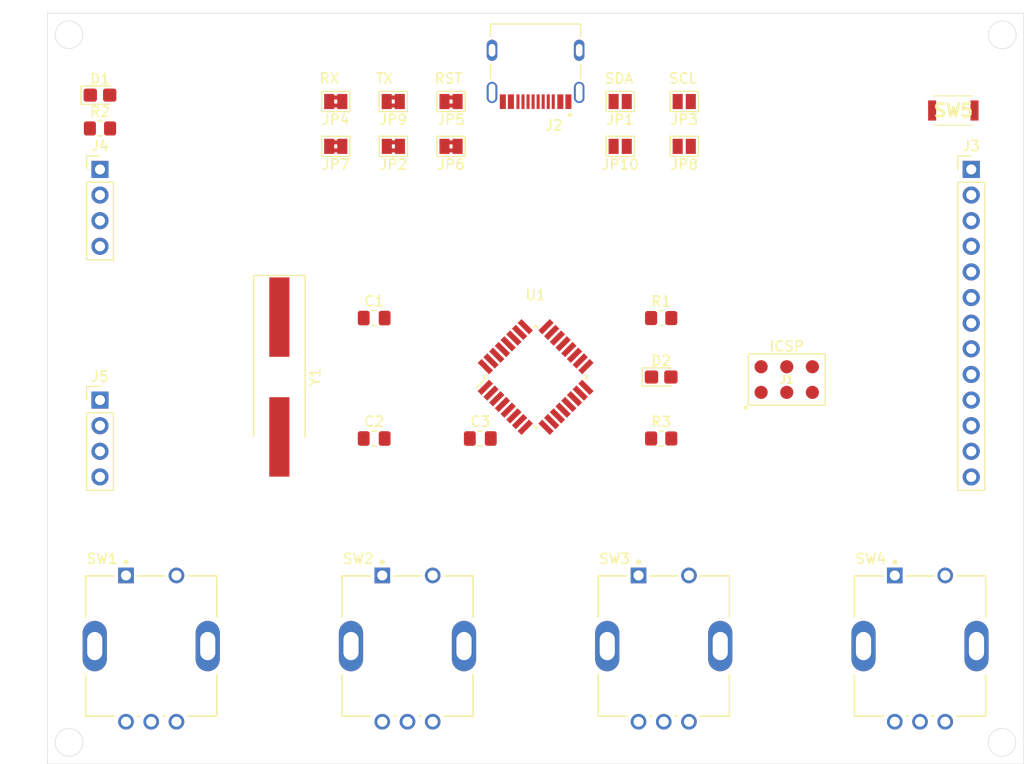
<source format=kicad_pcb>
(kicad_pcb (version 20171130) (host pcbnew "(5.1.10)-1")

  (general
    (thickness 1.6)
    (drawings 13)
    (tracks 0)
    (zones 0)
    (modules 30)
    (nets 41)
  )

  (page A4)
  (title_block
    (title "LightControl Console")
    (date 2021-08-10)
    (rev v00)
    (comment 4 "Author: GHOSCHT")
  )

  (layers
    (0 F.Cu signal)
    (31 B.Cu signal)
    (32 B.Adhes user)
    (33 F.Adhes user)
    (34 B.Paste user)
    (35 F.Paste user)
    (36 B.SilkS user)
    (37 F.SilkS user)
    (38 B.Mask user)
    (39 F.Mask user)
    (40 Dwgs.User user)
    (41 Cmts.User user)
    (42 Eco1.User user)
    (43 Eco2.User user)
    (44 Edge.Cuts user)
    (45 Margin user)
    (46 B.CrtYd user)
    (47 F.CrtYd user)
    (48 B.Fab user)
    (49 F.Fab user)
  )

  (setup
    (last_trace_width 0.25)
    (trace_clearance 0.2)
    (zone_clearance 0.508)
    (zone_45_only no)
    (trace_min 0.2)
    (via_size 0.8)
    (via_drill 0.4)
    (via_min_size 0.4)
    (via_min_drill 0.3)
    (uvia_size 0.3)
    (uvia_drill 0.1)
    (uvias_allowed no)
    (uvia_min_size 0.2)
    (uvia_min_drill 0.1)
    (edge_width 0.05)
    (segment_width 0.2)
    (pcb_text_width 0.3)
    (pcb_text_size 1.5 1.5)
    (mod_edge_width 0.12)
    (mod_text_size 1 1)
    (mod_text_width 0.15)
    (pad_size 1.524 1.524)
    (pad_drill 0.762)
    (pad_to_mask_clearance 0)
    (aux_axis_origin 0 0)
    (visible_elements 7FFFFFFF)
    (pcbplotparams
      (layerselection 0x010fc_ffffffff)
      (usegerberextensions false)
      (usegerberattributes true)
      (usegerberadvancedattributes true)
      (creategerberjobfile true)
      (excludeedgelayer true)
      (linewidth 0.100000)
      (plotframeref false)
      (viasonmask false)
      (mode 1)
      (useauxorigin false)
      (hpglpennumber 1)
      (hpglpenspeed 20)
      (hpglpendiameter 15.000000)
      (psnegative false)
      (psa4output false)
      (plotreference true)
      (plotvalue true)
      (plotinvisibletext false)
      (padsonsilk false)
      (subtractmaskfromsilk false)
      (outputformat 1)
      (mirror false)
      (drillshape 1)
      (scaleselection 1)
      (outputdirectory ""))
  )

  (net 0 "")
  (net 1 "Net-(U1-Pad19)")
  (net 2 "Net-(U1-Pad20)")
  (net 3 "Net-(U1-Pad22)")
  (net 4 GND)
  (net 5 VCC)
  (net 6 XTAL1)
  (net 7 XTAL2)
  (net 8 "Net-(D1-Pad2)")
  (net 9 MOSI)
  (net 10 SCK)
  (net 11 MISO)
  (net 12 RST)
  (net 13 "Net-(J2-PadA6)")
  (net 14 "Net-(J2-PadB7)")
  (net 15 "Net-(J2-PadA5)")
  (net 16 "Net-(J2-PadB8)")
  (net 17 "Net-(J2-PadA7)")
  (net 18 "Net-(J2-PadB6)")
  (net 19 "Net-(J2-PadA8)")
  (net 20 "Net-(J2-PadB5)")
  (net 21 BTN4)
  (net 22 BTN3)
  (net 23 BTN2)
  (net 24 BTN1)
  (net 25 ENC4B)
  (net 26 ENC4A)
  (net 27 ENC3B)
  (net 28 ENC3A)
  (net 29 ENC2B)
  (net 30 ENC2A)
  (net 31 ENC1B)
  (net 32 ENC1A)
  (net 33 TX)
  (net 34 RX)
  (net 35 SDA)
  (net 36 SCL)
  (net 37 "Net-(D2-Pad2)")
  (net 38 LED)
  (net 39 "Net-(U1-Pad3)")
  (net 40 "Net-(U1-Pad6)")

  (net_class Default "This is the default net class."
    (clearance 0.2)
    (trace_width 0.25)
    (via_dia 0.8)
    (via_drill 0.4)
    (uvia_dia 0.3)
    (uvia_drill 0.1)
    (add_net BTN1)
    (add_net BTN2)
    (add_net BTN3)
    (add_net BTN4)
    (add_net ENC1A)
    (add_net ENC1B)
    (add_net ENC2A)
    (add_net ENC2B)
    (add_net ENC3A)
    (add_net ENC3B)
    (add_net ENC4A)
    (add_net ENC4B)
    (add_net GND)
    (add_net LED)
    (add_net MISO)
    (add_net MOSI)
    (add_net "Net-(D1-Pad2)")
    (add_net "Net-(D2-Pad2)")
    (add_net "Net-(J2-PadA5)")
    (add_net "Net-(J2-PadA6)")
    (add_net "Net-(J2-PadA7)")
    (add_net "Net-(J2-PadA8)")
    (add_net "Net-(J2-PadB5)")
    (add_net "Net-(J2-PadB6)")
    (add_net "Net-(J2-PadB7)")
    (add_net "Net-(J2-PadB8)")
    (add_net "Net-(U1-Pad19)")
    (add_net "Net-(U1-Pad20)")
    (add_net "Net-(U1-Pad22)")
    (add_net "Net-(U1-Pad3)")
    (add_net "Net-(U1-Pad6)")
    (add_net RST)
    (add_net RX)
    (add_net SCK)
    (add_net SCL)
    (add_net SDA)
    (add_net TX)
    (add_net VCC)
    (add_net XTAL1)
    (add_net XTAL2)
  )

  (module Crystal:Crystal_SMD_HC49-SD_HandSoldering (layer F.Cu) (tedit 5A1AD52C) (tstamp 611E8E51)
    (at 116.84 74.93 270)
    (descr "SMD Crystal HC-49-SD http://cdn-reichelt.de/documents/datenblatt/B400/xxx-HC49-SMD.pdf, hand-soldering, 11.4x4.7mm^2 package")
    (tags "SMD SMT crystal hand-soldering")
    (path /6113484F)
    (attr smd)
    (fp_text reference Y1 (at 0 -3.55 90) (layer F.SilkS)
      (effects (font (size 1 1) (thickness 0.15)))
    )
    (fp_text value 16MHz (at 0 3.55 90) (layer F.Fab)
      (effects (font (size 1 1) (thickness 0.15)))
    )
    (fp_line (start 10.2 -2.6) (end -10.2 -2.6) (layer F.CrtYd) (width 0.05))
    (fp_line (start 10.2 2.6) (end 10.2 -2.6) (layer F.CrtYd) (width 0.05))
    (fp_line (start -10.2 2.6) (end 10.2 2.6) (layer F.CrtYd) (width 0.05))
    (fp_line (start -10.2 -2.6) (end -10.2 2.6) (layer F.CrtYd) (width 0.05))
    (fp_line (start -10.075 2.55) (end 5.9 2.55) (layer F.SilkS) (width 0.12))
    (fp_line (start -10.075 -2.55) (end -10.075 2.55) (layer F.SilkS) (width 0.12))
    (fp_line (start 5.9 -2.55) (end -10.075 -2.55) (layer F.SilkS) (width 0.12))
    (fp_line (start -3.015 2.115) (end 3.015 2.115) (layer F.Fab) (width 0.1))
    (fp_line (start -3.015 -2.115) (end 3.015 -2.115) (layer F.Fab) (width 0.1))
    (fp_line (start 5.7 -2.35) (end -5.7 -2.35) (layer F.Fab) (width 0.1))
    (fp_line (start 5.7 2.35) (end 5.7 -2.35) (layer F.Fab) (width 0.1))
    (fp_line (start -5.7 2.35) (end 5.7 2.35) (layer F.Fab) (width 0.1))
    (fp_line (start -5.7 -2.35) (end -5.7 2.35) (layer F.Fab) (width 0.1))
    (fp_arc (start 3.015 0) (end 3.015 -2.115) (angle 180) (layer F.Fab) (width 0.1))
    (fp_arc (start -3.015 0) (end -3.015 -2.115) (angle -180) (layer F.Fab) (width 0.1))
    (fp_text user %R (at 0 0 90) (layer F.Fab)
      (effects (font (size 1 1) (thickness 0.15)))
    )
    (pad 2 smd rect (at 5.9375 0 270) (size 7.875 2) (layers F.Cu F.Paste F.Mask)
      (net 7 XTAL2))
    (pad 1 smd rect (at -5.9375 0 270) (size 7.875 2) (layers F.Cu F.Paste F.Mask)
      (net 6 XTAL1))
    (model ${KISYS3DMOD}/Crystal.3dshapes/Crystal_SMD_HC49-SD.wrl
      (at (xyz 0 0 0))
      (scale (xyz 1 1 1))
      (rotate (xyz 0 0 0))
    )
  )

  (module Jumper:SolderJumper-2_P1.3mm_Open_Pad1.0x1.5mm (layer F.Cu) (tedit 5A3EABFC) (tstamp 611335D6)
    (at 150.622 47.625 180)
    (descr "SMD Solder Jumper, 1x1.5mm Pads, 0.3mm gap, open")
    (tags "solder jumper open")
    (path /6113282A)
    (attr virtual)
    (fp_text reference JP1 (at 0 -1.8) (layer F.SilkS)
      (effects (font (size 1 1) (thickness 0.15)))
    )
    (fp_text value SolderJumper (at -14.986 0.762) (layer F.Fab)
      (effects (font (size 1 1) (thickness 0.15)))
    )
    (fp_line (start 1.65 1.25) (end -1.65 1.25) (layer F.CrtYd) (width 0.05))
    (fp_line (start 1.65 1.25) (end 1.65 -1.25) (layer F.CrtYd) (width 0.05))
    (fp_line (start -1.65 -1.25) (end -1.65 1.25) (layer F.CrtYd) (width 0.05))
    (fp_line (start -1.65 -1.25) (end 1.65 -1.25) (layer F.CrtYd) (width 0.05))
    (fp_line (start -1.4 -1) (end 1.4 -1) (layer F.SilkS) (width 0.12))
    (fp_line (start 1.4 -1) (end 1.4 1) (layer F.SilkS) (width 0.12))
    (fp_line (start 1.4 1) (end -1.4 1) (layer F.SilkS) (width 0.12))
    (fp_line (start -1.4 1) (end -1.4 -1) (layer F.SilkS) (width 0.12))
    (pad 1 smd rect (at -0.65 0 180) (size 1 1.5) (layers F.Cu F.Mask)
      (net 35 SDA))
    (pad 2 smd rect (at 0.65 0 180) (size 1 1.5) (layers F.Cu F.Mask)
      (net 13 "Net-(J2-PadA6)"))
  )

  (module AVR-ISP:AVR-ISP (layer F.Cu) (tedit 61126B73) (tstamp 611E7B2B)
    (at 167.132 75.184)
    (path /61134728)
    (fp_text reference J1 (at 0 0) (layer F.SilkS)
      (effects (font (size 0.787402 0.787402) (thickness 0.15)))
    )
    (fp_text value AVR-ISP-6 (at 0 0) (layer F.Fab)
      (effects (font (size 0.787402 0.787402) (thickness 0.15)))
    )
    (fp_line (start -3.81 -2.54) (end 3.81 -2.54) (layer F.SilkS) (width 0.127))
    (fp_line (start 3.81 -2.54) (end 3.81 2.54) (layer F.SilkS) (width 0.127))
    (fp_line (start 3.81 2.54) (end -3.81 2.54) (layer F.SilkS) (width 0.127))
    (fp_line (start -3.81 2.54) (end -3.81 -2.54) (layer F.SilkS) (width 0.127))
    (fp_circle (center -4.064 2.794) (end -3.964 2.794) (layer F.SilkS) (width 0.2))
    (fp_text user ICSP (at 0 -3.302) (layer F.SilkS)
      (effects (font (size 1 1) (thickness 0.15)))
    )
    (pad 4 smd circle (at 0 -1.27) (size 1.308 1.308) (layers F.Cu F.Paste F.Mask)
      (net 9 MOSI))
    (pad 3 smd circle (at 0 1.27) (size 1.308 1.308) (layers F.Cu F.Paste F.Mask)
      (net 10 SCK))
    (pad 2 smd circle (at -2.54 -1.27) (size 1.308 1.308) (layers F.Cu F.Paste F.Mask)
      (net 5 VCC))
    (pad 1 smd circle (at -2.54 1.27) (size 1.308 1.308) (layers F.Cu F.Paste F.Mask)
      (net 11 MISO))
    (pad 5 smd circle (at 2.54 1.27) (size 1.308 1.308) (layers F.Cu F.Paste F.Mask)
      (net 12 RST))
    (pad 6 smd circle (at 2.54 -1.27) (size 1.308 1.308) (layers F.Cu F.Paste F.Mask)
      (net 4 GND))
  )

  (module HRO_TYPE-C-31-M-12:HRO_TYPE-C-31-M-12 (layer F.Cu) (tedit 6112D184) (tstamp 6112D3E1)
    (at 142.24 42.545 180)
    (path /6112D89A)
    (fp_text reference J2 (at -1.825 -7.435) (layer F.SilkS)
      (effects (font (size 1 1) (thickness 0.15)))
    )
    (fp_text value TYPE-C-31-M-12 (at 6.43 4.135) (layer F.Fab)
      (effects (font (size 1 1) (thickness 0.15)))
    )
    (fp_circle (center -3.4 -6.4) (end -3.3 -6.4) (layer F.SilkS) (width 0.2))
    (fp_circle (center -3.4 -6.4) (end -3.3 -6.4) (layer F.Fab) (width 0.2))
    (fp_line (start -5.095 -6.07) (end -5.095 2.85) (layer F.CrtYd) (width 0.05))
    (fp_line (start 5.095 -6.07) (end -5.095 -6.07) (layer F.CrtYd) (width 0.05))
    (fp_line (start 5.095 2.85) (end 5.095 -6.07) (layer F.CrtYd) (width 0.05))
    (fp_line (start -5.095 2.85) (end 5.095 2.85) (layer F.CrtYd) (width 0.05))
    (fp_line (start -4.47 2.6) (end -4.47 1.37) (layer F.SilkS) (width 0.127))
    (fp_line (start 4.47 2.6) (end -4.47 2.6) (layer F.SilkS) (width 0.127))
    (fp_line (start 4.47 1.37) (end 4.47 2.6) (layer F.SilkS) (width 0.127))
    (fp_line (start 4.47 -2.81) (end 4.47 -1.37) (layer F.SilkS) (width 0.127))
    (fp_line (start -4.47 -2.81) (end -4.47 -1.37) (layer F.SilkS) (width 0.127))
    (fp_line (start -4.47 -4.7) (end -4.47 2.6) (layer F.Fab) (width 0.127))
    (fp_line (start 4.47 -4.7) (end -4.47 -4.7) (layer F.Fab) (width 0.127))
    (fp_line (start 4.47 2.6) (end 4.47 -4.7) (layer F.Fab) (width 0.127))
    (fp_line (start -4.47 2.6) (end 4.47 2.6) (layer F.Fab) (width 0.127))
    (pad A1B12 smd rect (at -3.25 -5.095 180) (size 0.6 1.45) (layers F.Cu F.Paste F.Mask)
      (net 4 GND))
    (pad A4B9 smd rect (at -2.45 -5.095 180) (size 0.6 1.45) (layers F.Cu F.Paste F.Mask)
      (net 5 VCC))
    (pad A6 smd rect (at -0.25 -5.095 180) (size 0.3 1.45) (layers F.Cu F.Paste F.Mask)
      (net 13 "Net-(J2-PadA6)"))
    (pad B7 smd rect (at -0.75 -5.095 180) (size 0.3 1.45) (layers F.Cu F.Paste F.Mask)
      (net 14 "Net-(J2-PadB7)"))
    (pad A5 smd rect (at -1.25 -5.095 180) (size 0.3 1.45) (layers F.Cu F.Paste F.Mask)
      (net 15 "Net-(J2-PadA5)"))
    (pad B8 smd rect (at -1.75 -5.095 180) (size 0.3 1.45) (layers F.Cu F.Paste F.Mask)
      (net 16 "Net-(J2-PadB8)"))
    (pad A7 smd rect (at 0.25 -5.095 180) (size 0.3 1.45) (layers F.Cu F.Paste F.Mask)
      (net 17 "Net-(J2-PadA7)"))
    (pad B6 smd rect (at 0.75 -5.095 180) (size 0.3 1.45) (layers F.Cu F.Paste F.Mask)
      (net 18 "Net-(J2-PadB6)"))
    (pad A8 smd rect (at 1.25 -5.095 180) (size 0.3 1.45) (layers F.Cu F.Paste F.Mask)
      (net 19 "Net-(J2-PadA8)"))
    (pad B5 smd rect (at 1.75 -5.095 180) (size 0.3 1.45) (layers F.Cu F.Paste F.Mask)
      (net 20 "Net-(J2-PadB5)"))
    (pad B4A9 smd rect (at 2.45 -5.095 180) (size 0.6 1.45) (layers F.Cu F.Paste F.Mask)
      (net 5 VCC))
    (pad B1A12 smd rect (at 3.25 -5.095 180) (size 0.6 1.45) (layers F.Cu F.Paste F.Mask)
      (net 4 GND))
    (pad S1 thru_hole oval (at -4.32 -4.18 180) (size 1.05 2.1) (drill oval 0.65 1.75) (layers *.Cu *.Mask)
      (net 4 GND))
    (pad S2 thru_hole oval (at 4.32 -4.18 180) (size 1.05 2.1) (drill oval 0.65 1.75) (layers *.Cu *.Mask)
      (net 4 GND))
    (pad S3 thru_hole oval (at -4.32 0 180) (size 1.05 2.1) (drill oval 0.65 1.25) (layers *.Cu *.Mask)
      (net 4 GND))
    (pad S4 thru_hole oval (at 4.32 0 180) (size 1.05 2.1) (drill oval 0.65 1.25) (layers *.Cu *.Mask)
      (net 4 GND))
    (pad None np_thru_hole circle (at -2.89 -3.65 180) (size 0.7 0.7) (drill 0.7) (layers *.Cu *.Mask))
    (pad None np_thru_hole circle (at 2.89 -3.65 180) (size 0.7 0.7) (drill 0.7) (layers *.Cu *.Mask))
    (model ${KIPRJMOD}/Libraries/HRO_TYPE-C-31-M-12.models/TYPE-C-31-M-12.step
      (at (xyz 0 0 0))
      (scale (xyz 1 1 1))
      (rotate (xyz -90 0 0))
    )
  )

  (module Capacitor_SMD:C_0805_2012Metric_Pad1.18x1.45mm_HandSolder (layer F.Cu) (tedit 5F68FEEF) (tstamp 611E907C)
    (at 126.238 69.088)
    (descr "Capacitor SMD 0805 (2012 Metric), square (rectangular) end terminal, IPC_7351 nominal with elongated pad for handsoldering. (Body size source: IPC-SM-782 page 76, https://www.pcb-3d.com/wordpress/wp-content/uploads/ipc-sm-782a_amendment_1_and_2.pdf, https://docs.google.com/spreadsheets/d/1BsfQQcO9C6DZCsRaXUlFlo91Tg2WpOkGARC1WS5S8t0/edit?usp=sharing), generated with kicad-footprint-generator")
    (tags "capacitor handsolder")
    (path /6113DC2F)
    (attr smd)
    (fp_text reference C1 (at 0 -1.68) (layer F.SilkS)
      (effects (font (size 1 1) (thickness 0.15)))
    )
    (fp_text value 22p (at 0 1.68) (layer F.Fab)
      (effects (font (size 1 1) (thickness 0.15)))
    )
    (fp_line (start -1 0.625) (end -1 -0.625) (layer F.Fab) (width 0.1))
    (fp_line (start -1 -0.625) (end 1 -0.625) (layer F.Fab) (width 0.1))
    (fp_line (start 1 -0.625) (end 1 0.625) (layer F.Fab) (width 0.1))
    (fp_line (start 1 0.625) (end -1 0.625) (layer F.Fab) (width 0.1))
    (fp_line (start -0.261252 -0.735) (end 0.261252 -0.735) (layer F.SilkS) (width 0.12))
    (fp_line (start -0.261252 0.735) (end 0.261252 0.735) (layer F.SilkS) (width 0.12))
    (fp_line (start -1.88 0.98) (end -1.88 -0.98) (layer F.CrtYd) (width 0.05))
    (fp_line (start -1.88 -0.98) (end 1.88 -0.98) (layer F.CrtYd) (width 0.05))
    (fp_line (start 1.88 -0.98) (end 1.88 0.98) (layer F.CrtYd) (width 0.05))
    (fp_line (start 1.88 0.98) (end -1.88 0.98) (layer F.CrtYd) (width 0.05))
    (fp_text user %R (at 0 0) (layer F.Fab)
      (effects (font (size 0.5 0.5) (thickness 0.08)))
    )
    (pad 1 smd roundrect (at -1.0375 0) (size 1.175 1.45) (layers F.Cu F.Paste F.Mask) (roundrect_rratio 0.212766)
      (net 6 XTAL1))
    (pad 2 smd roundrect (at 1.0375 0) (size 1.175 1.45) (layers F.Cu F.Paste F.Mask) (roundrect_rratio 0.212766)
      (net 4 GND))
    (model ${KISYS3DMOD}/Capacitor_SMD.3dshapes/C_0805_2012Metric.wrl
      (at (xyz 0 0 0))
      (scale (xyz 1 1 1))
      (rotate (xyz 0 0 0))
    )
  )

  (module Capacitor_SMD:C_0805_2012Metric_Pad1.18x1.45mm_HandSolder (layer F.Cu) (tedit 5F68FEEF) (tstamp 611E90DD)
    (at 126.238 81.026)
    (descr "Capacitor SMD 0805 (2012 Metric), square (rectangular) end terminal, IPC_7351 nominal with elongated pad for handsoldering. (Body size source: IPC-SM-782 page 76, https://www.pcb-3d.com/wordpress/wp-content/uploads/ipc-sm-782a_amendment_1_and_2.pdf, https://docs.google.com/spreadsheets/d/1BsfQQcO9C6DZCsRaXUlFlo91Tg2WpOkGARC1WS5S8t0/edit?usp=sharing), generated with kicad-footprint-generator")
    (tags "capacitor handsolder")
    (path /611448F1)
    (attr smd)
    (fp_text reference C2 (at 0 -1.68) (layer F.SilkS)
      (effects (font (size 1 1) (thickness 0.15)))
    )
    (fp_text value 22p (at 0 1.68) (layer F.Fab)
      (effects (font (size 1 1) (thickness 0.15)))
    )
    (fp_line (start 1.88 0.98) (end -1.88 0.98) (layer F.CrtYd) (width 0.05))
    (fp_line (start 1.88 -0.98) (end 1.88 0.98) (layer F.CrtYd) (width 0.05))
    (fp_line (start -1.88 -0.98) (end 1.88 -0.98) (layer F.CrtYd) (width 0.05))
    (fp_line (start -1.88 0.98) (end -1.88 -0.98) (layer F.CrtYd) (width 0.05))
    (fp_line (start -0.261252 0.735) (end 0.261252 0.735) (layer F.SilkS) (width 0.12))
    (fp_line (start -0.261252 -0.735) (end 0.261252 -0.735) (layer F.SilkS) (width 0.12))
    (fp_line (start 1 0.625) (end -1 0.625) (layer F.Fab) (width 0.1))
    (fp_line (start 1 -0.625) (end 1 0.625) (layer F.Fab) (width 0.1))
    (fp_line (start -1 -0.625) (end 1 -0.625) (layer F.Fab) (width 0.1))
    (fp_line (start -1 0.625) (end -1 -0.625) (layer F.Fab) (width 0.1))
    (fp_text user %R (at 0 0) (layer F.Fab)
      (effects (font (size 0.5 0.5) (thickness 0.08)))
    )
    (pad 2 smd roundrect (at 1.0375 0) (size 1.175 1.45) (layers F.Cu F.Paste F.Mask) (roundrect_rratio 0.212766)
      (net 4 GND))
    (pad 1 smd roundrect (at -1.0375 0) (size 1.175 1.45) (layers F.Cu F.Paste F.Mask) (roundrect_rratio 0.212766)
      (net 7 XTAL2))
    (model ${KISYS3DMOD}/Capacitor_SMD.3dshapes/C_0805_2012Metric.wrl
      (at (xyz 0 0 0))
      (scale (xyz 1 1 1))
      (rotate (xyz 0 0 0))
    )
  )

  (module Capacitor_SMD:C_0805_2012Metric_Pad1.18x1.45mm_HandSolder (layer F.Cu) (tedit 5F68FEEF) (tstamp 61133C17)
    (at 136.7575 81.026)
    (descr "Capacitor SMD 0805 (2012 Metric), square (rectangular) end terminal, IPC_7351 nominal with elongated pad for handsoldering. (Body size source: IPC-SM-782 page 76, https://www.pcb-3d.com/wordpress/wp-content/uploads/ipc-sm-782a_amendment_1_and_2.pdf, https://docs.google.com/spreadsheets/d/1BsfQQcO9C6DZCsRaXUlFlo91Tg2WpOkGARC1WS5S8t0/edit?usp=sharing), generated with kicad-footprint-generator")
    (tags "capacitor handsolder")
    (path /6115564D)
    (attr smd)
    (fp_text reference C3 (at 0 -1.68) (layer F.SilkS)
      (effects (font (size 1 1) (thickness 0.15)))
    )
    (fp_text value 100n (at 0 1.68) (layer F.Fab)
      (effects (font (size 1 1) (thickness 0.15)))
    )
    (fp_line (start -1 0.625) (end -1 -0.625) (layer F.Fab) (width 0.1))
    (fp_line (start -1 -0.625) (end 1 -0.625) (layer F.Fab) (width 0.1))
    (fp_line (start 1 -0.625) (end 1 0.625) (layer F.Fab) (width 0.1))
    (fp_line (start 1 0.625) (end -1 0.625) (layer F.Fab) (width 0.1))
    (fp_line (start -0.261252 -0.735) (end 0.261252 -0.735) (layer F.SilkS) (width 0.12))
    (fp_line (start -0.261252 0.735) (end 0.261252 0.735) (layer F.SilkS) (width 0.12))
    (fp_line (start -1.88 0.98) (end -1.88 -0.98) (layer F.CrtYd) (width 0.05))
    (fp_line (start -1.88 -0.98) (end 1.88 -0.98) (layer F.CrtYd) (width 0.05))
    (fp_line (start 1.88 -0.98) (end 1.88 0.98) (layer F.CrtYd) (width 0.05))
    (fp_line (start 1.88 0.98) (end -1.88 0.98) (layer F.CrtYd) (width 0.05))
    (fp_text user %R (at 0 0) (layer F.Fab)
      (effects (font (size 0.5 0.5) (thickness 0.08)))
    )
    (pad 1 smd roundrect (at -1.0375 0) (size 1.175 1.45) (layers F.Cu F.Paste F.Mask) (roundrect_rratio 0.212766)
      (net 5 VCC))
    (pad 2 smd roundrect (at 1.0375 0) (size 1.175 1.45) (layers F.Cu F.Paste F.Mask) (roundrect_rratio 0.212766)
      (net 4 GND))
    (model ${KISYS3DMOD}/Capacitor_SMD.3dshapes/C_0805_2012Metric.wrl
      (at (xyz 0 0 0))
      (scale (xyz 1 1 1))
      (rotate (xyz 0 0 0))
    )
  )

  (module Jumper:SolderJumper-2_P1.3mm_Open_Pad1.0x1.5mm (layer F.Cu) (tedit 5A3EABFC) (tstamp 61133C33)
    (at 156.972 47.625 180)
    (descr "SMD Solder Jumper, 1x1.5mm Pads, 0.3mm gap, open")
    (tags "solder jumper open")
    (path /6118262C)
    (attr virtual)
    (fp_text reference JP3 (at 0 -1.8) (layer F.SilkS)
      (effects (font (size 1 1) (thickness 0.15)))
    )
    (fp_text value SolderJumper (at -8.636 -0.762) (layer F.Fab)
      (effects (font (size 1 1) (thickness 0.15)))
    )
    (fp_line (start -1.4 1) (end -1.4 -1) (layer F.SilkS) (width 0.12))
    (fp_line (start 1.4 1) (end -1.4 1) (layer F.SilkS) (width 0.12))
    (fp_line (start 1.4 -1) (end 1.4 1) (layer F.SilkS) (width 0.12))
    (fp_line (start -1.4 -1) (end 1.4 -1) (layer F.SilkS) (width 0.12))
    (fp_line (start -1.65 -1.25) (end 1.65 -1.25) (layer F.CrtYd) (width 0.05))
    (fp_line (start -1.65 -1.25) (end -1.65 1.25) (layer F.CrtYd) (width 0.05))
    (fp_line (start 1.65 1.25) (end 1.65 -1.25) (layer F.CrtYd) (width 0.05))
    (fp_line (start 1.65 1.25) (end -1.65 1.25) (layer F.CrtYd) (width 0.05))
    (pad 2 smd rect (at 0.65 0 180) (size 1 1.5) (layers F.Cu F.Mask)
      (net 17 "Net-(J2-PadA7)"))
    (pad 1 smd rect (at -0.65 0 180) (size 1 1.5) (layers F.Cu F.Mask)
      (net 36 SCL))
  )

  (module Jumper:SolderJumper-2_P1.3mm_Open_Pad1.0x1.5mm (layer F.Cu) (tedit 5A3EABFC) (tstamp 61133C79)
    (at 156.972 52.07 180)
    (descr "SMD Solder Jumper, 1x1.5mm Pads, 0.3mm gap, open")
    (tags "solder jumper open")
    (path /611A3587)
    (attr virtual)
    (fp_text reference JP8 (at 0 -1.8) (layer F.SilkS)
      (effects (font (size 1 1) (thickness 0.15)))
    )
    (fp_text value SolderJumper (at -8.636 0.762) (layer F.Fab)
      (effects (font (size 1 1) (thickness 0.15)))
    )
    (fp_line (start -1.4 1) (end -1.4 -1) (layer F.SilkS) (width 0.12))
    (fp_line (start 1.4 1) (end -1.4 1) (layer F.SilkS) (width 0.12))
    (fp_line (start 1.4 -1) (end 1.4 1) (layer F.SilkS) (width 0.12))
    (fp_line (start -1.4 -1) (end 1.4 -1) (layer F.SilkS) (width 0.12))
    (fp_line (start -1.65 -1.25) (end 1.65 -1.25) (layer F.CrtYd) (width 0.05))
    (fp_line (start -1.65 -1.25) (end -1.65 1.25) (layer F.CrtYd) (width 0.05))
    (fp_line (start 1.65 1.25) (end 1.65 -1.25) (layer F.CrtYd) (width 0.05))
    (fp_line (start 1.65 1.25) (end -1.65 1.25) (layer F.CrtYd) (width 0.05))
    (pad 2 smd rect (at 0.65 0 180) (size 1 1.5) (layers F.Cu F.Mask)
      (net 36 SCL))
    (pad 1 smd rect (at -0.65 0 180) (size 1 1.5) (layers F.Cu F.Mask)
      (net 14 "Net-(J2-PadB7)"))
  )

  (module Jumper:SolderJumper-2_P1.3mm_Open_Pad1.0x1.5mm (layer F.Cu) (tedit 5A3EABFC) (tstamp 61133C95)
    (at 150.622 52.07 180)
    (descr "SMD Solder Jumper, 1x1.5mm Pads, 0.3mm gap, open")
    (tags "solder jumper open")
    (path /611A3577)
    (attr virtual)
    (fp_text reference JP10 (at 0 -1.8) (layer F.SilkS)
      (effects (font (size 1 1) (thickness 0.15)))
    )
    (fp_text value SolderJumper (at -14.986 -0.762) (layer F.Fab)
      (effects (font (size 1 1) (thickness 0.15)))
    )
    (fp_line (start -1.4 1) (end -1.4 -1) (layer F.SilkS) (width 0.12))
    (fp_line (start 1.4 1) (end -1.4 1) (layer F.SilkS) (width 0.12))
    (fp_line (start 1.4 -1) (end 1.4 1) (layer F.SilkS) (width 0.12))
    (fp_line (start -1.4 -1) (end 1.4 -1) (layer F.SilkS) (width 0.12))
    (fp_line (start -1.65 -1.25) (end 1.65 -1.25) (layer F.CrtYd) (width 0.05))
    (fp_line (start -1.65 -1.25) (end -1.65 1.25) (layer F.CrtYd) (width 0.05))
    (fp_line (start 1.65 1.25) (end 1.65 -1.25) (layer F.CrtYd) (width 0.05))
    (fp_line (start 1.65 1.25) (end -1.65 1.25) (layer F.CrtYd) (width 0.05))
    (pad 2 smd rect (at 0.65 0 180) (size 1 1.5) (layers F.Cu F.Mask)
      (net 35 SDA))
    (pad 1 smd rect (at -0.65 0 180) (size 1 1.5) (layers F.Cu F.Mask)
      (net 18 "Net-(J2-PadB6)"))
  )

  (module Resistor_SMD:R_0805_2012Metric_Pad1.20x1.40mm_HandSolder (layer F.Cu) (tedit 5F68FEEE) (tstamp 611E7CDB)
    (at 154.686 69.088)
    (descr "Resistor SMD 0805 (2012 Metric), square (rectangular) end terminal, IPC_7351 nominal with elongated pad for handsoldering. (Body size source: IPC-SM-782 page 72, https://www.pcb-3d.com/wordpress/wp-content/uploads/ipc-sm-782a_amendment_1_and_2.pdf), generated with kicad-footprint-generator")
    (tags "resistor handsolder")
    (path /611669B4)
    (attr smd)
    (fp_text reference R1 (at 0 -1.65) (layer F.SilkS)
      (effects (font (size 1 1) (thickness 0.15)))
    )
    (fp_text value 10k (at 0 1.65) (layer F.Fab)
      (effects (font (size 1 1) (thickness 0.15)))
    )
    (fp_line (start -1 0.625) (end -1 -0.625) (layer F.Fab) (width 0.1))
    (fp_line (start -1 -0.625) (end 1 -0.625) (layer F.Fab) (width 0.1))
    (fp_line (start 1 -0.625) (end 1 0.625) (layer F.Fab) (width 0.1))
    (fp_line (start 1 0.625) (end -1 0.625) (layer F.Fab) (width 0.1))
    (fp_line (start -0.227064 -0.735) (end 0.227064 -0.735) (layer F.SilkS) (width 0.12))
    (fp_line (start -0.227064 0.735) (end 0.227064 0.735) (layer F.SilkS) (width 0.12))
    (fp_line (start -1.85 0.95) (end -1.85 -0.95) (layer F.CrtYd) (width 0.05))
    (fp_line (start -1.85 -0.95) (end 1.85 -0.95) (layer F.CrtYd) (width 0.05))
    (fp_line (start 1.85 -0.95) (end 1.85 0.95) (layer F.CrtYd) (width 0.05))
    (fp_line (start 1.85 0.95) (end -1.85 0.95) (layer F.CrtYd) (width 0.05))
    (fp_text user %R (at 0 0) (layer F.Fab)
      (effects (font (size 0.5 0.5) (thickness 0.08)))
    )
    (pad 1 smd roundrect (at -1 0) (size 1.2 1.4) (layers F.Cu F.Paste F.Mask) (roundrect_rratio 0.208333)
      (net 12 RST))
    (pad 2 smd roundrect (at 1 0) (size 1.2 1.4) (layers F.Cu F.Paste F.Mask) (roundrect_rratio 0.208333)
      (net 5 VCC))
    (model ${KISYS3DMOD}/Resistor_SMD.3dshapes/R_0805_2012Metric.wrl
      (at (xyz 0 0 0))
      (scale (xyz 1 1 1))
      (rotate (xyz 0 0 0))
    )
  )

  (module LED_SMD:LED_0805_2012Metric_Castellated (layer F.Cu) (tedit 5F68FEF1) (tstamp 61139289)
    (at 99.06 46.99)
    (descr "LED SMD 0805 (2012 Metric), castellated end terminal, IPC_7351 nominal, (Body size source: https://docs.google.com/spreadsheets/d/1BsfQQcO9C6DZCsRaXUlFlo91Tg2WpOkGARC1WS5S8t0/edit?usp=sharing), generated with kicad-footprint-generator")
    (tags "LED castellated")
    (path /6113FB23)
    (attr smd)
    (fp_text reference D1 (at 0 -1.6) (layer F.SilkS)
      (effects (font (size 1 1) (thickness 0.15)))
    )
    (fp_text value 17-21/BHC-XL2M2TY/3T (at 0 1.6) (layer F.Fab)
      (effects (font (size 1 1) (thickness 0.15)))
    )
    (fp_line (start 1 -0.6) (end -0.7 -0.6) (layer F.Fab) (width 0.1))
    (fp_line (start -0.7 -0.6) (end -1 -0.3) (layer F.Fab) (width 0.1))
    (fp_line (start -1 -0.3) (end -1 0.6) (layer F.Fab) (width 0.1))
    (fp_line (start -1 0.6) (end 1 0.6) (layer F.Fab) (width 0.1))
    (fp_line (start 1 0.6) (end 1 -0.6) (layer F.Fab) (width 0.1))
    (fp_line (start 1 -0.91) (end -1.885 -0.91) (layer F.SilkS) (width 0.12))
    (fp_line (start -1.885 -0.91) (end -1.885 0.91) (layer F.SilkS) (width 0.12))
    (fp_line (start -1.885 0.91) (end 1 0.91) (layer F.SilkS) (width 0.12))
    (fp_line (start -1.88 0.9) (end -1.88 -0.9) (layer F.CrtYd) (width 0.05))
    (fp_line (start -1.88 -0.9) (end 1.88 -0.9) (layer F.CrtYd) (width 0.05))
    (fp_line (start 1.88 -0.9) (end 1.88 0.9) (layer F.CrtYd) (width 0.05))
    (fp_line (start 1.88 0.9) (end -1.88 0.9) (layer F.CrtYd) (width 0.05))
    (fp_text user %R (at 0 0) (layer F.Fab)
      (effects (font (size 0.5 0.5) (thickness 0.08)))
    )
    (pad 1 smd roundrect (at -0.9625 0) (size 1.325 1.3) (layers F.Cu F.Paste F.Mask) (roundrect_rratio 0.192308)
      (net 4 GND))
    (pad 2 smd roundrect (at 0.9625 0) (size 1.325 1.3) (layers F.Cu F.Paste F.Mask) (roundrect_rratio 0.192308)
      (net 8 "Net-(D1-Pad2)"))
    (model ${KISYS3DMOD}/LED_SMD.3dshapes/LED_0805_2012Metric_Castellated.wrl
      (at (xyz 0 0 0))
      (scale (xyz 1 1 1))
      (rotate (xyz 0 0 0))
    )
  )

  (module Resistor_SMD:R_0805_2012Metric_Pad1.20x1.40mm_HandSolder (layer F.Cu) (tedit 5F68FEEE) (tstamp 611392F4)
    (at 99.06 50.292)
    (descr "Resistor SMD 0805 (2012 Metric), square (rectangular) end terminal, IPC_7351 nominal with elongated pad for handsoldering. (Body size source: IPC-SM-782 page 72, https://www.pcb-3d.com/wordpress/wp-content/uploads/ipc-sm-782a_amendment_1_and_2.pdf), generated with kicad-footprint-generator")
    (tags "resistor handsolder")
    (path /6114AFDD)
    (attr smd)
    (fp_text reference R2 (at 0 -1.65) (layer F.SilkS)
      (effects (font (size 1 1) (thickness 0.15)))
    )
    (fp_text value 200 (at 0 1.65) (layer F.Fab)
      (effects (font (size 1 1) (thickness 0.15)))
    )
    (fp_line (start -1 0.625) (end -1 -0.625) (layer F.Fab) (width 0.1))
    (fp_line (start -1 -0.625) (end 1 -0.625) (layer F.Fab) (width 0.1))
    (fp_line (start 1 -0.625) (end 1 0.625) (layer F.Fab) (width 0.1))
    (fp_line (start 1 0.625) (end -1 0.625) (layer F.Fab) (width 0.1))
    (fp_line (start -0.227064 -0.735) (end 0.227064 -0.735) (layer F.SilkS) (width 0.12))
    (fp_line (start -0.227064 0.735) (end 0.227064 0.735) (layer F.SilkS) (width 0.12))
    (fp_line (start -1.85 0.95) (end -1.85 -0.95) (layer F.CrtYd) (width 0.05))
    (fp_line (start -1.85 -0.95) (end 1.85 -0.95) (layer F.CrtYd) (width 0.05))
    (fp_line (start 1.85 -0.95) (end 1.85 0.95) (layer F.CrtYd) (width 0.05))
    (fp_line (start 1.85 0.95) (end -1.85 0.95) (layer F.CrtYd) (width 0.05))
    (fp_text user %R (at 0 0) (layer F.Fab)
      (effects (font (size 0.5 0.5) (thickness 0.08)))
    )
    (pad 1 smd roundrect (at -1 0) (size 1.2 1.4) (layers F.Cu F.Paste F.Mask) (roundrect_rratio 0.208333)
      (net 8 "Net-(D1-Pad2)"))
    (pad 2 smd roundrect (at 1 0) (size 1.2 1.4) (layers F.Cu F.Paste F.Mask) (roundrect_rratio 0.208333)
      (net 5 VCC))
    (model ${KISYS3DMOD}/Resistor_SMD.3dshapes/R_0805_2012Metric.wrl
      (at (xyz 0 0 0))
      (scale (xyz 1 1 1))
      (rotate (xyz 0 0 0))
    )
  )

  (module Jumper:SolderJumper-2_P1.3mm_Bridged2Bar_Pad1.0x1.5mm (layer F.Cu) (tedit 5C756A82) (tstamp 6119890D)
    (at 128.143 52.07 180)
    (descr "SMD Solder Jumper, 1x1.5mm Pads, 0.3mm gap, bridged with 2 copper strips")
    (tags "solder jumper open")
    (path /611AC9C3)
    (attr virtual)
    (fp_text reference JP2 (at 0 -1.8) (layer F.SilkS)
      (effects (font (size 1 1) (thickness 0.15)))
    )
    (fp_text value SolderJumper_Bridged (at 15.748 0.889) (layer F.Fab)
      (effects (font (size 1 1) (thickness 0.15)))
    )
    (fp_poly (pts (xy -0.25 -0.6) (xy 0.25 -0.6) (xy 0.25 -0.2) (xy -0.25 -0.2)) (layer F.Cu) (width 0))
    (fp_poly (pts (xy -0.25 0.2) (xy 0.25 0.2) (xy 0.25 0.6) (xy -0.25 0.6)) (layer F.Cu) (width 0))
    (fp_line (start 1.65 1.25) (end -1.65 1.25) (layer F.CrtYd) (width 0.05))
    (fp_line (start 1.65 1.25) (end 1.65 -1.25) (layer F.CrtYd) (width 0.05))
    (fp_line (start -1.65 -1.25) (end -1.65 1.25) (layer F.CrtYd) (width 0.05))
    (fp_line (start -1.65 -1.25) (end 1.65 -1.25) (layer F.CrtYd) (width 0.05))
    (fp_line (start -1.4 -1) (end 1.4 -1) (layer F.SilkS) (width 0.12))
    (fp_line (start 1.4 -1) (end 1.4 1) (layer F.SilkS) (width 0.12))
    (fp_line (start 1.4 1) (end -1.4 1) (layer F.SilkS) (width 0.12))
    (fp_line (start -1.4 1) (end -1.4 -1) (layer F.SilkS) (width 0.12))
    (pad 2 smd rect (at 0.65 0 180) (size 1 1.5) (layers F.Cu F.Mask)
      (net 13 "Net-(J2-PadA6)"))
    (pad 1 smd rect (at -0.65 0 180) (size 1 1.5) (layers F.Cu F.Mask)
      (net 33 TX))
  )

  (module Jumper:SolderJumper-2_P1.3mm_Bridged2Bar_Pad1.0x1.5mm (layer F.Cu) (tedit 5C756A82) (tstamp 6119891D)
    (at 122.428 47.625 180)
    (descr "SMD Solder Jumper, 1x1.5mm Pads, 0.3mm gap, bridged with 2 copper strips")
    (tags "solder jumper open")
    (path /611AE464)
    (attr virtual)
    (fp_text reference JP4 (at 0 -1.8) (layer F.SilkS)
      (effects (font (size 1 1) (thickness 0.15)))
    )
    (fp_text value SolderJumper_Bridged (at 10.033 -0.508) (layer F.Fab)
      (effects (font (size 1 1) (thickness 0.15)))
    )
    (fp_line (start -1.4 1) (end -1.4 -1) (layer F.SilkS) (width 0.12))
    (fp_line (start 1.4 1) (end -1.4 1) (layer F.SilkS) (width 0.12))
    (fp_line (start 1.4 -1) (end 1.4 1) (layer F.SilkS) (width 0.12))
    (fp_line (start -1.4 -1) (end 1.4 -1) (layer F.SilkS) (width 0.12))
    (fp_line (start -1.65 -1.25) (end 1.65 -1.25) (layer F.CrtYd) (width 0.05))
    (fp_line (start -1.65 -1.25) (end -1.65 1.25) (layer F.CrtYd) (width 0.05))
    (fp_line (start 1.65 1.25) (end 1.65 -1.25) (layer F.CrtYd) (width 0.05))
    (fp_line (start 1.65 1.25) (end -1.65 1.25) (layer F.CrtYd) (width 0.05))
    (fp_poly (pts (xy -0.25 0.2) (xy 0.25 0.2) (xy 0.25 0.6) (xy -0.25 0.6)) (layer F.Cu) (width 0))
    (fp_poly (pts (xy -0.25 -0.6) (xy 0.25 -0.6) (xy 0.25 -0.2) (xy -0.25 -0.2)) (layer F.Cu) (width 0))
    (pad 1 smd rect (at -0.65 0 180) (size 1 1.5) (layers F.Cu F.Mask)
      (net 34 RX))
    (pad 2 smd rect (at 0.65 0 180) (size 1 1.5) (layers F.Cu F.Mask)
      (net 17 "Net-(J2-PadA7)"))
  )

  (module Jumper:SolderJumper-2_P1.3mm_Bridged2Bar_Pad1.0x1.5mm (layer F.Cu) (tedit 5C756A82) (tstamp 6119892D)
    (at 133.858 47.625 180)
    (descr "SMD Solder Jumper, 1x1.5mm Pads, 0.3mm gap, bridged with 2 copper strips")
    (tags "solder jumper open")
    (path /611AECF9)
    (attr virtual)
    (fp_text reference JP5 (at 0 -1.8) (layer F.SilkS)
      (effects (font (size 1 1) (thickness 0.15)))
    )
    (fp_text value SolderJumper_Bridged (at 21.463 1.016) (layer F.Fab)
      (effects (font (size 1 1) (thickness 0.15)))
    )
    (fp_poly (pts (xy -0.25 -0.6) (xy 0.25 -0.6) (xy 0.25 -0.2) (xy -0.25 -0.2)) (layer F.Cu) (width 0))
    (fp_poly (pts (xy -0.25 0.2) (xy 0.25 0.2) (xy 0.25 0.6) (xy -0.25 0.6)) (layer F.Cu) (width 0))
    (fp_line (start 1.65 1.25) (end -1.65 1.25) (layer F.CrtYd) (width 0.05))
    (fp_line (start 1.65 1.25) (end 1.65 -1.25) (layer F.CrtYd) (width 0.05))
    (fp_line (start -1.65 -1.25) (end -1.65 1.25) (layer F.CrtYd) (width 0.05))
    (fp_line (start -1.65 -1.25) (end 1.65 -1.25) (layer F.CrtYd) (width 0.05))
    (fp_line (start -1.4 -1) (end 1.4 -1) (layer F.SilkS) (width 0.12))
    (fp_line (start 1.4 -1) (end 1.4 1) (layer F.SilkS) (width 0.12))
    (fp_line (start 1.4 1) (end -1.4 1) (layer F.SilkS) (width 0.12))
    (fp_line (start -1.4 1) (end -1.4 -1) (layer F.SilkS) (width 0.12))
    (pad 2 smd rect (at 0.65 0 180) (size 1 1.5) (layers F.Cu F.Mask)
      (net 19 "Net-(J2-PadA8)"))
    (pad 1 smd rect (at -0.65 0 180) (size 1 1.5) (layers F.Cu F.Mask)
      (net 12 RST))
  )

  (module Jumper:SolderJumper-2_P1.3mm_Bridged2Bar_Pad1.0x1.5mm (layer F.Cu) (tedit 5C756A82) (tstamp 6119893D)
    (at 133.858 52.07 180)
    (descr "SMD Solder Jumper, 1x1.5mm Pads, 0.3mm gap, bridged with 2 copper strips")
    (tags "solder jumper open")
    (path /611AF363)
    (attr virtual)
    (fp_text reference JP6 (at 0 -1.8) (layer F.SilkS)
      (effects (font (size 1 1) (thickness 0.15)))
    )
    (fp_text value SolderJumper_Bridged (at 21.463 -0.635) (layer F.Fab)
      (effects (font (size 1 1) (thickness 0.15)))
    )
    (fp_line (start -1.4 1) (end -1.4 -1) (layer F.SilkS) (width 0.12))
    (fp_line (start 1.4 1) (end -1.4 1) (layer F.SilkS) (width 0.12))
    (fp_line (start 1.4 -1) (end 1.4 1) (layer F.SilkS) (width 0.12))
    (fp_line (start -1.4 -1) (end 1.4 -1) (layer F.SilkS) (width 0.12))
    (fp_line (start -1.65 -1.25) (end 1.65 -1.25) (layer F.CrtYd) (width 0.05))
    (fp_line (start -1.65 -1.25) (end -1.65 1.25) (layer F.CrtYd) (width 0.05))
    (fp_line (start 1.65 1.25) (end 1.65 -1.25) (layer F.CrtYd) (width 0.05))
    (fp_line (start 1.65 1.25) (end -1.65 1.25) (layer F.CrtYd) (width 0.05))
    (fp_poly (pts (xy -0.25 0.2) (xy 0.25 0.2) (xy 0.25 0.6) (xy -0.25 0.6)) (layer F.Cu) (width 0))
    (fp_poly (pts (xy -0.25 -0.6) (xy 0.25 -0.6) (xy 0.25 -0.2) (xy -0.25 -0.2)) (layer F.Cu) (width 0))
    (pad 1 smd rect (at -0.65 0 180) (size 1 1.5) (layers F.Cu F.Mask)
      (net 16 "Net-(J2-PadB8)"))
    (pad 2 smd rect (at 0.65 0 180) (size 1 1.5) (layers F.Cu F.Mask)
      (net 12 RST))
  )

  (module Jumper:SolderJumper-2_P1.3mm_Bridged2Bar_Pad1.0x1.5mm (layer F.Cu) (tedit 5C756A82) (tstamp 6119894D)
    (at 122.428 52.07 180)
    (descr "SMD Solder Jumper, 1x1.5mm Pads, 0.3mm gap, bridged with 2 copper strips")
    (tags "solder jumper open")
    (path /611B0523)
    (attr virtual)
    (fp_text reference JP7 (at 0 -1.8) (layer F.SilkS)
      (effects (font (size 1 1) (thickness 0.15)))
    )
    (fp_text value SolderJumper_Bridged (at 10.033 2.413) (layer F.Fab)
      (effects (font (size 1 1) (thickness 0.15)))
    )
    (fp_line (start -1.4 1) (end -1.4 -1) (layer F.SilkS) (width 0.12))
    (fp_line (start 1.4 1) (end -1.4 1) (layer F.SilkS) (width 0.12))
    (fp_line (start 1.4 -1) (end 1.4 1) (layer F.SilkS) (width 0.12))
    (fp_line (start -1.4 -1) (end 1.4 -1) (layer F.SilkS) (width 0.12))
    (fp_line (start -1.65 -1.25) (end 1.65 -1.25) (layer F.CrtYd) (width 0.05))
    (fp_line (start -1.65 -1.25) (end -1.65 1.25) (layer F.CrtYd) (width 0.05))
    (fp_line (start 1.65 1.25) (end 1.65 -1.25) (layer F.CrtYd) (width 0.05))
    (fp_line (start 1.65 1.25) (end -1.65 1.25) (layer F.CrtYd) (width 0.05))
    (fp_poly (pts (xy -0.25 0.2) (xy 0.25 0.2) (xy 0.25 0.6) (xy -0.25 0.6)) (layer F.Cu) (width 0))
    (fp_poly (pts (xy -0.25 -0.6) (xy 0.25 -0.6) (xy 0.25 -0.2) (xy -0.25 -0.2)) (layer F.Cu) (width 0))
    (pad 1 smd rect (at -0.65 0 180) (size 1 1.5) (layers F.Cu F.Mask)
      (net 14 "Net-(J2-PadB7)"))
    (pad 2 smd rect (at 0.65 0 180) (size 1 1.5) (layers F.Cu F.Mask)
      (net 34 RX))
  )

  (module Jumper:SolderJumper-2_P1.3mm_Bridged2Bar_Pad1.0x1.5mm (layer F.Cu) (tedit 5C756A82) (tstamp 6119895D)
    (at 128.128 47.625 180)
    (descr "SMD Solder Jumper, 1x1.5mm Pads, 0.3mm gap, bridged with 2 copper strips")
    (tags "solder jumper open")
    (path /611B0A60)
    (attr virtual)
    (fp_text reference JP9 (at 0 -1.8) (layer F.SilkS)
      (effects (font (size 1 1) (thickness 0.15)))
    )
    (fp_text value SolderJumper_Bridged (at 15.733 2.54) (layer F.Fab)
      (effects (font (size 1 1) (thickness 0.15)))
    )
    (fp_poly (pts (xy -0.25 -0.6) (xy 0.25 -0.6) (xy 0.25 -0.2) (xy -0.25 -0.2)) (layer F.Cu) (width 0))
    (fp_poly (pts (xy -0.25 0.2) (xy 0.25 0.2) (xy 0.25 0.6) (xy -0.25 0.6)) (layer F.Cu) (width 0))
    (fp_line (start 1.65 1.25) (end -1.65 1.25) (layer F.CrtYd) (width 0.05))
    (fp_line (start 1.65 1.25) (end 1.65 -1.25) (layer F.CrtYd) (width 0.05))
    (fp_line (start -1.65 -1.25) (end -1.65 1.25) (layer F.CrtYd) (width 0.05))
    (fp_line (start -1.65 -1.25) (end 1.65 -1.25) (layer F.CrtYd) (width 0.05))
    (fp_line (start -1.4 -1) (end 1.4 -1) (layer F.SilkS) (width 0.12))
    (fp_line (start 1.4 -1) (end 1.4 1) (layer F.SilkS) (width 0.12))
    (fp_line (start 1.4 1) (end -1.4 1) (layer F.SilkS) (width 0.12))
    (fp_line (start -1.4 1) (end -1.4 -1) (layer F.SilkS) (width 0.12))
    (pad 2 smd rect (at 0.65 0 180) (size 1 1.5) (layers F.Cu F.Mask)
      (net 33 TX))
    (pad 1 smd rect (at -0.65 0 180) (size 1 1.5) (layers F.Cu F.Mask)
      (net 18 "Net-(J2-PadB6)"))
  )

  (module SKRKAEE020:SKRKAEE020 (layer F.Cu) (tedit 0) (tstamp 6119896E)
    (at 183.642 48.514)
    (descr SKRKAEE020)
    (tags Switch)
    (path /6132D0B4)
    (attr smd)
    (fp_text reference SW5 (at 0 0) (layer F.SilkS)
      (effects (font (size 1.27 1.27) (thickness 0.254)))
    )
    (fp_text value SW_Push (at 0 0) (layer F.SilkS) hide
      (effects (font (size 1.27 1.27) (thickness 0.254)))
    )
    (fp_line (start -1.95 -1.45) (end 1.95 -1.45) (layer F.Fab) (width 0.2))
    (fp_line (start 1.95 -1.45) (end 1.95 1.45) (layer F.Fab) (width 0.2))
    (fp_line (start 1.95 1.45) (end -1.95 1.45) (layer F.Fab) (width 0.2))
    (fp_line (start -1.95 1.45) (end -1.95 -1.45) (layer F.Fab) (width 0.2))
    (fp_line (start -3.5 -2.45) (end 3.5 -2.45) (layer F.CrtYd) (width 0.1))
    (fp_line (start 3.5 -2.45) (end 3.5 2.45) (layer F.CrtYd) (width 0.1))
    (fp_line (start 3.5 2.45) (end -3.5 2.45) (layer F.CrtYd) (width 0.1))
    (fp_line (start -3.5 2.45) (end -3.5 -2.45) (layer F.CrtYd) (width 0.1))
    (fp_line (start -1.95 1.45) (end 1.95 1.45) (layer F.SilkS) (width 0.1))
    (fp_line (start -1.95 -1.45) (end 1.95 -1.45) (layer F.SilkS) (width 0.1))
    (fp_text user %R (at 0 0) (layer F.Fab)
      (effects (font (size 1.27 1.27) (thickness 0.254)))
    )
    (pad 1 smd rect (at -2.1 0) (size 0.8 2) (layers F.Cu F.Paste F.Mask)
      (net 12 RST))
    (pad 2 smd rect (at 2.1 0) (size 0.8 2) (layers F.Cu F.Paste F.Mask)
      (net 4 GND))
    (model ${KIPRJMOD}/Libraries/SKRKAEE020.models/SKRKAEE020.stp
      (offset (xyz 0 0 0.7499999887361273))
      (scale (xyz 1 1 1))
      (rotate (xyz -90 0 0))
    )
  )

  (module LED_SMD:LED_0805_2012Metric_Castellated (layer F.Cu) (tedit 5F68FEF1) (tstamp 611BEFF3)
    (at 154.686 74.93)
    (descr "LED SMD 0805 (2012 Metric), castellated end terminal, IPC_7351 nominal, (Body size source: https://docs.google.com/spreadsheets/d/1BsfQQcO9C6DZCsRaXUlFlo91Tg2WpOkGARC1WS5S8t0/edit?usp=sharing), generated with kicad-footprint-generator")
    (tags "LED castellated")
    (path /61D1A3B1)
    (attr smd)
    (fp_text reference D2 (at 0 -1.6) (layer F.SilkS)
      (effects (font (size 1 1) (thickness 0.15)))
    )
    (fp_text value 17-21/BHC-XL2M2TY/3T (at 0 1.6) (layer F.Fab)
      (effects (font (size 1 1) (thickness 0.15)))
    )
    (fp_line (start 1.88 0.9) (end -1.88 0.9) (layer F.CrtYd) (width 0.05))
    (fp_line (start 1.88 -0.9) (end 1.88 0.9) (layer F.CrtYd) (width 0.05))
    (fp_line (start -1.88 -0.9) (end 1.88 -0.9) (layer F.CrtYd) (width 0.05))
    (fp_line (start -1.88 0.9) (end -1.88 -0.9) (layer F.CrtYd) (width 0.05))
    (fp_line (start -1.885 0.91) (end 1 0.91) (layer F.SilkS) (width 0.12))
    (fp_line (start -1.885 -0.91) (end -1.885 0.91) (layer F.SilkS) (width 0.12))
    (fp_line (start 1 -0.91) (end -1.885 -0.91) (layer F.SilkS) (width 0.12))
    (fp_line (start 1 0.6) (end 1 -0.6) (layer F.Fab) (width 0.1))
    (fp_line (start -1 0.6) (end 1 0.6) (layer F.Fab) (width 0.1))
    (fp_line (start -1 -0.3) (end -1 0.6) (layer F.Fab) (width 0.1))
    (fp_line (start -0.7 -0.6) (end -1 -0.3) (layer F.Fab) (width 0.1))
    (fp_line (start 1 -0.6) (end -0.7 -0.6) (layer F.Fab) (width 0.1))
    (fp_text user %R (at 0 0) (layer F.Fab)
      (effects (font (size 0.5 0.5) (thickness 0.08)))
    )
    (pad 1 smd roundrect (at -0.9625 0) (size 1.325 1.3) (layers F.Cu F.Paste F.Mask) (roundrect_rratio 0.192308)
      (net 4 GND))
    (pad 2 smd roundrect (at 0.9625 0) (size 1.325 1.3) (layers F.Cu F.Paste F.Mask) (roundrect_rratio 0.192308)
      (net 37 "Net-(D2-Pad2)"))
    (model ${KISYS3DMOD}/LED_SMD.3dshapes/LED_0805_2012Metric_Castellated.wrl
      (at (xyz 0 0 0))
      (scale (xyz 1 1 1))
      (rotate (xyz 0 0 0))
    )
  )

  (module Resistor_SMD:R_0805_2012Metric_Pad1.20x1.40mm_HandSolder (layer F.Cu) (tedit 5F68FEEE) (tstamp 611BF004)
    (at 154.686 81.026)
    (descr "Resistor SMD 0805 (2012 Metric), square (rectangular) end terminal, IPC_7351 nominal with elongated pad for handsoldering. (Body size source: IPC-SM-782 page 72, https://www.pcb-3d.com/wordpress/wp-content/uploads/ipc-sm-782a_amendment_1_and_2.pdf), generated with kicad-footprint-generator")
    (tags "resistor handsolder")
    (path /61D1A3B7)
    (attr smd)
    (fp_text reference R3 (at 0 -1.65) (layer F.SilkS)
      (effects (font (size 1 1) (thickness 0.15)))
    )
    (fp_text value 200 (at 0 1.65) (layer F.Fab)
      (effects (font (size 1 1) (thickness 0.15)))
    )
    (fp_line (start 1.85 0.95) (end -1.85 0.95) (layer F.CrtYd) (width 0.05))
    (fp_line (start 1.85 -0.95) (end 1.85 0.95) (layer F.CrtYd) (width 0.05))
    (fp_line (start -1.85 -0.95) (end 1.85 -0.95) (layer F.CrtYd) (width 0.05))
    (fp_line (start -1.85 0.95) (end -1.85 -0.95) (layer F.CrtYd) (width 0.05))
    (fp_line (start -0.227064 0.735) (end 0.227064 0.735) (layer F.SilkS) (width 0.12))
    (fp_line (start -0.227064 -0.735) (end 0.227064 -0.735) (layer F.SilkS) (width 0.12))
    (fp_line (start 1 0.625) (end -1 0.625) (layer F.Fab) (width 0.1))
    (fp_line (start 1 -0.625) (end 1 0.625) (layer F.Fab) (width 0.1))
    (fp_line (start -1 -0.625) (end 1 -0.625) (layer F.Fab) (width 0.1))
    (fp_line (start -1 0.625) (end -1 -0.625) (layer F.Fab) (width 0.1))
    (fp_text user %R (at 0 0) (layer F.Fab)
      (effects (font (size 0.5 0.5) (thickness 0.08)))
    )
    (pad 1 smd roundrect (at -1 0) (size 1.2 1.4) (layers F.Cu F.Paste F.Mask) (roundrect_rratio 0.208333)
      (net 37 "Net-(D2-Pad2)"))
    (pad 2 smd roundrect (at 1 0) (size 1.2 1.4) (layers F.Cu F.Paste F.Mask) (roundrect_rratio 0.208333)
      (net 38 LED))
    (model ${KISYS3DMOD}/Resistor_SMD.3dshapes/R_0805_2012Metric.wrl
      (at (xyz 0 0 0))
      (scale (xyz 1 1 1))
      (rotate (xyz 0 0 0))
    )
  )

  (module Package_QFP:TQFP-32_7x7mm_P0.8mm (layer F.Cu) (tedit 5A02F146) (tstamp 611E6194)
    (at 142.24 74.93 45)
    (descr "32-Lead Plastic Thin Quad Flatpack (PT) - 7x7x1.0 mm Body, 2.00 mm [TQFP] (see Microchip Packaging Specification 00000049BS.pdf)")
    (tags "QFP 0.8")
    (path /61C8D3E7)
    (attr smd)
    (fp_text reference U1 (at 5.747364 -5.747364 180) (layer F.SilkS)
      (effects (font (size 1 1) (thickness 0.15)))
    )
    (fp_text value ATmega328PB-AU (at 0 6.05 45) (layer F.Fab)
      (effects (font (size 1 1) (thickness 0.15)))
    )
    (fp_line (start -3.625 -3.4) (end -5.05 -3.4) (layer F.SilkS) (width 0.15))
    (fp_line (start 3.625 -3.625) (end 3.3 -3.625) (layer F.SilkS) (width 0.15))
    (fp_line (start 3.625 3.625) (end 3.3 3.625) (layer F.SilkS) (width 0.15))
    (fp_line (start -3.625 3.625) (end -3.3 3.625) (layer F.SilkS) (width 0.15))
    (fp_line (start -3.625 -3.625) (end -3.3 -3.625) (layer F.SilkS) (width 0.15))
    (fp_line (start -3.625 3.625) (end -3.625 3.3) (layer F.SilkS) (width 0.15))
    (fp_line (start 3.625 3.625) (end 3.625 3.3) (layer F.SilkS) (width 0.15))
    (fp_line (start 3.625 -3.625) (end 3.625 -3.3) (layer F.SilkS) (width 0.15))
    (fp_line (start -3.625 -3.625) (end -3.625 -3.4) (layer F.SilkS) (width 0.15))
    (fp_line (start -5.3 5.3) (end 5.3 5.3) (layer F.CrtYd) (width 0.05))
    (fp_line (start -5.3 -5.3) (end 5.3 -5.3) (layer F.CrtYd) (width 0.05))
    (fp_line (start 5.3 -5.3) (end 5.3 5.3) (layer F.CrtYd) (width 0.05))
    (fp_line (start -5.3 -5.3) (end -5.3 5.3) (layer F.CrtYd) (width 0.05))
    (fp_line (start -3.5 -2.5) (end -2.5 -3.5) (layer F.Fab) (width 0.15))
    (fp_line (start -3.5 3.5) (end -3.5 -2.5) (layer F.Fab) (width 0.15))
    (fp_line (start 3.5 3.5) (end -3.5 3.5) (layer F.Fab) (width 0.15))
    (fp_line (start 3.5 -3.5) (end 3.5 3.5) (layer F.Fab) (width 0.15))
    (fp_line (start -2.5 -3.5) (end 3.5 -3.5) (layer F.Fab) (width 0.15))
    (fp_text user %R (at 0 0 45) (layer F.Fab)
      (effects (font (size 1 1) (thickness 0.15)))
    )
    (pad 1 smd rect (at -4.25 -2.8 45) (size 1.6 0.55) (layers F.Cu F.Paste F.Mask)
      (net 31 ENC1B))
    (pad 2 smd rect (at -4.25 -2 45) (size 1.6 0.55) (layers F.Cu F.Paste F.Mask)
      (net 30 ENC2A))
    (pad 3 smd rect (at -4.25 -1.2 45) (size 1.6 0.55) (layers F.Cu F.Paste F.Mask)
      (net 39 "Net-(U1-Pad3)"))
    (pad 4 smd rect (at -4.25 -0.4 45) (size 1.6 0.55) (layers F.Cu F.Paste F.Mask)
      (net 5 VCC))
    (pad 5 smd rect (at -4.25 0.4 45) (size 1.6 0.55) (layers F.Cu F.Paste F.Mask)
      (net 4 GND))
    (pad 6 smd rect (at -4.25 1.2 45) (size 1.6 0.55) (layers F.Cu F.Paste F.Mask)
      (net 40 "Net-(U1-Pad6)"))
    (pad 7 smd rect (at -4.25 2 45) (size 1.6 0.55) (layers F.Cu F.Paste F.Mask)
      (net 6 XTAL1))
    (pad 8 smd rect (at -4.25 2.8 45) (size 1.6 0.55) (layers F.Cu F.Paste F.Mask)
      (net 7 XTAL2))
    (pad 9 smd rect (at -2.8 4.25 135) (size 1.6 0.55) (layers F.Cu F.Paste F.Mask)
      (net 29 ENC2B))
    (pad 10 smd rect (at -2 4.25 135) (size 1.6 0.55) (layers F.Cu F.Paste F.Mask)
      (net 28 ENC3A))
    (pad 11 smd rect (at -1.2 4.25 135) (size 1.6 0.55) (layers F.Cu F.Paste F.Mask)
      (net 27 ENC3B))
    (pad 12 smd rect (at -0.4 4.25 135) (size 1.6 0.55) (layers F.Cu F.Paste F.Mask)
      (net 26 ENC4A))
    (pad 13 smd rect (at 0.4 4.25 135) (size 1.6 0.55) (layers F.Cu F.Paste F.Mask)
      (net 25 ENC4B))
    (pad 14 smd rect (at 1.2 4.25 135) (size 1.6 0.55) (layers F.Cu F.Paste F.Mask)
      (net 38 LED))
    (pad 15 smd rect (at 2 4.25 135) (size 1.6 0.55) (layers F.Cu F.Paste F.Mask)
      (net 9 MOSI))
    (pad 16 smd rect (at 2.8 4.25 135) (size 1.6 0.55) (layers F.Cu F.Paste F.Mask)
      (net 11 MISO))
    (pad 17 smd rect (at 4.25 2.8 45) (size 1.6 0.55) (layers F.Cu F.Paste F.Mask)
      (net 10 SCK))
    (pad 18 smd rect (at 4.25 2 45) (size 1.6 0.55) (layers F.Cu F.Paste F.Mask)
      (net 5 VCC))
    (pad 19 smd rect (at 4.25 1.2 45) (size 1.6 0.55) (layers F.Cu F.Paste F.Mask)
      (net 1 "Net-(U1-Pad19)"))
    (pad 20 smd rect (at 4.25 0.4 45) (size 1.6 0.55) (layers F.Cu F.Paste F.Mask)
      (net 2 "Net-(U1-Pad20)"))
    (pad 21 smd rect (at 4.25 -0.4 45) (size 1.6 0.55) (layers F.Cu F.Paste F.Mask)
      (net 4 GND))
    (pad 22 smd rect (at 4.25 -1.2 45) (size 1.6 0.55) (layers F.Cu F.Paste F.Mask)
      (net 3 "Net-(U1-Pad22)"))
    (pad 23 smd rect (at 4.25 -2 45) (size 1.6 0.55) (layers F.Cu F.Paste F.Mask)
      (net 24 BTN1))
    (pad 24 smd rect (at 4.25 -2.8 45) (size 1.6 0.55) (layers F.Cu F.Paste F.Mask)
      (net 23 BTN2))
    (pad 25 smd rect (at 2.8 -4.25 135) (size 1.6 0.55) (layers F.Cu F.Paste F.Mask)
      (net 22 BTN3))
    (pad 26 smd rect (at 2 -4.25 135) (size 1.6 0.55) (layers F.Cu F.Paste F.Mask)
      (net 21 BTN4))
    (pad 27 smd rect (at 1.2 -4.25 135) (size 1.6 0.55) (layers F.Cu F.Paste F.Mask)
      (net 35 SDA))
    (pad 28 smd rect (at 0.4 -4.25 135) (size 1.6 0.55) (layers F.Cu F.Paste F.Mask)
      (net 36 SCL))
    (pad 29 smd rect (at -0.4 -4.25 135) (size 1.6 0.55) (layers F.Cu F.Paste F.Mask)
      (net 12 RST))
    (pad 30 smd rect (at -1.2 -4.25 135) (size 1.6 0.55) (layers F.Cu F.Paste F.Mask)
      (net 34 RX))
    (pad 31 smd rect (at -2 -4.25 135) (size 1.6 0.55) (layers F.Cu F.Paste F.Mask)
      (net 33 TX))
    (pad 32 smd rect (at -2.8 -4.25 135) (size 1.6 0.55) (layers F.Cu F.Paste F.Mask)
      (net 32 ENC1A))
    (model ${KISYS3DMOD}/Package_QFP.3dshapes/TQFP-32_7x7mm_P0.8mm.wrl
      (at (xyz 0 0 0))
      (scale (xyz 1 1 1))
      (rotate (xyz 0 0 0))
    )
  )

  (module Connector_PinHeader_2.54mm:PinHeader_1x13_P2.54mm_Vertical (layer F.Cu) (tedit 59FED5CC) (tstamp 611F065D)
    (at 185.42 54.356)
    (descr "Through hole straight pin header, 1x13, 2.54mm pitch, single row")
    (tags "Through hole pin header THT 1x13 2.54mm single row")
    (path /61285557)
    (fp_text reference J3 (at 0 -2.33) (layer F.SilkS)
      (effects (font (size 1 1) (thickness 0.15)))
    )
    (fp_text value Conn_01x13 (at 0 32.81) (layer F.Fab)
      (effects (font (size 1 1) (thickness 0.15)))
    )
    (fp_line (start -0.635 -1.27) (end 1.27 -1.27) (layer F.Fab) (width 0.1))
    (fp_line (start 1.27 -1.27) (end 1.27 31.75) (layer F.Fab) (width 0.1))
    (fp_line (start 1.27 31.75) (end -1.27 31.75) (layer F.Fab) (width 0.1))
    (fp_line (start -1.27 31.75) (end -1.27 -0.635) (layer F.Fab) (width 0.1))
    (fp_line (start -1.27 -0.635) (end -0.635 -1.27) (layer F.Fab) (width 0.1))
    (fp_line (start -1.33 31.81) (end 1.33 31.81) (layer F.SilkS) (width 0.12))
    (fp_line (start -1.33 1.27) (end -1.33 31.81) (layer F.SilkS) (width 0.12))
    (fp_line (start 1.33 1.27) (end 1.33 31.81) (layer F.SilkS) (width 0.12))
    (fp_line (start -1.33 1.27) (end 1.33 1.27) (layer F.SilkS) (width 0.12))
    (fp_line (start -1.33 0) (end -1.33 -1.33) (layer F.SilkS) (width 0.12))
    (fp_line (start -1.33 -1.33) (end 0 -1.33) (layer F.SilkS) (width 0.12))
    (fp_line (start -1.8 -1.8) (end -1.8 32.25) (layer F.CrtYd) (width 0.05))
    (fp_line (start -1.8 32.25) (end 1.8 32.25) (layer F.CrtYd) (width 0.05))
    (fp_line (start 1.8 32.25) (end 1.8 -1.8) (layer F.CrtYd) (width 0.05))
    (fp_line (start 1.8 -1.8) (end -1.8 -1.8) (layer F.CrtYd) (width 0.05))
    (fp_text user %R (at 0 15.24 90) (layer F.Fab)
      (effects (font (size 1 1) (thickness 0.15)))
    )
    (pad 1 thru_hole rect (at 0 0) (size 1.7 1.7) (drill 1) (layers *.Cu *.Mask)
      (net 4 GND))
    (pad 2 thru_hole oval (at 0 2.54) (size 1.7 1.7) (drill 1) (layers *.Cu *.Mask)
      (net 32 ENC1A))
    (pad 3 thru_hole oval (at 0 5.08) (size 1.7 1.7) (drill 1) (layers *.Cu *.Mask)
      (net 31 ENC1B))
    (pad 4 thru_hole oval (at 0 7.62) (size 1.7 1.7) (drill 1) (layers *.Cu *.Mask)
      (net 30 ENC2A))
    (pad 5 thru_hole oval (at 0 10.16) (size 1.7 1.7) (drill 1) (layers *.Cu *.Mask)
      (net 29 ENC2B))
    (pad 6 thru_hole oval (at 0 12.7) (size 1.7 1.7) (drill 1) (layers *.Cu *.Mask)
      (net 28 ENC3A))
    (pad 7 thru_hole oval (at 0 15.24) (size 1.7 1.7) (drill 1) (layers *.Cu *.Mask)
      (net 27 ENC3B))
    (pad 8 thru_hole oval (at 0 17.78) (size 1.7 1.7) (drill 1) (layers *.Cu *.Mask)
      (net 26 ENC4A))
    (pad 9 thru_hole oval (at 0 20.32) (size 1.7 1.7) (drill 1) (layers *.Cu *.Mask)
      (net 25 ENC4B))
    (pad 10 thru_hole oval (at 0 22.86) (size 1.7 1.7) (drill 1) (layers *.Cu *.Mask)
      (net 24 BTN1))
    (pad 11 thru_hole oval (at 0 25.4) (size 1.7 1.7) (drill 1) (layers *.Cu *.Mask)
      (net 23 BTN2))
    (pad 12 thru_hole oval (at 0 27.94) (size 1.7 1.7) (drill 1) (layers *.Cu *.Mask)
      (net 22 BTN3))
    (pad 13 thru_hole oval (at 0 30.48) (size 1.7 1.7) (drill 1) (layers *.Cu *.Mask)
      (net 21 BTN4))
  )

  (module Connector_PinHeader_2.54mm:PinHeader_1x04_P2.54mm_Vertical (layer F.Cu) (tedit 59FED5CC) (tstamp 611F0675)
    (at 99.06 54.356)
    (descr "Through hole straight pin header, 1x04, 2.54mm pitch, single row")
    (tags "Through hole pin header THT 1x04 2.54mm single row")
    (path /613031C0)
    (fp_text reference J4 (at 0 -2.33) (layer F.SilkS)
      (effects (font (size 1 1) (thickness 0.15)))
    )
    (fp_text value Conn_01x04 (at 0 9.95) (layer F.Fab)
      (effects (font (size 1 1) (thickness 0.15)))
    )
    (fp_line (start -0.635 -1.27) (end 1.27 -1.27) (layer F.Fab) (width 0.1))
    (fp_line (start 1.27 -1.27) (end 1.27 8.89) (layer F.Fab) (width 0.1))
    (fp_line (start 1.27 8.89) (end -1.27 8.89) (layer F.Fab) (width 0.1))
    (fp_line (start -1.27 8.89) (end -1.27 -0.635) (layer F.Fab) (width 0.1))
    (fp_line (start -1.27 -0.635) (end -0.635 -1.27) (layer F.Fab) (width 0.1))
    (fp_line (start -1.33 8.95) (end 1.33 8.95) (layer F.SilkS) (width 0.12))
    (fp_line (start -1.33 1.27) (end -1.33 8.95) (layer F.SilkS) (width 0.12))
    (fp_line (start 1.33 1.27) (end 1.33 8.95) (layer F.SilkS) (width 0.12))
    (fp_line (start -1.33 1.27) (end 1.33 1.27) (layer F.SilkS) (width 0.12))
    (fp_line (start -1.33 0) (end -1.33 -1.33) (layer F.SilkS) (width 0.12))
    (fp_line (start -1.33 -1.33) (end 0 -1.33) (layer F.SilkS) (width 0.12))
    (fp_line (start -1.8 -1.8) (end -1.8 9.4) (layer F.CrtYd) (width 0.05))
    (fp_line (start -1.8 9.4) (end 1.8 9.4) (layer F.CrtYd) (width 0.05))
    (fp_line (start 1.8 9.4) (end 1.8 -1.8) (layer F.CrtYd) (width 0.05))
    (fp_line (start 1.8 -1.8) (end -1.8 -1.8) (layer F.CrtYd) (width 0.05))
    (fp_text user %R (at 0 3.81 90) (layer F.Fab)
      (effects (font (size 1 1) (thickness 0.15)))
    )
    (pad 1 thru_hole rect (at 0 0) (size 1.7 1.7) (drill 1) (layers *.Cu *.Mask)
      (net 4 GND))
    (pad 2 thru_hole oval (at 0 2.54) (size 1.7 1.7) (drill 1) (layers *.Cu *.Mask)
      (net 34 RX))
    (pad 3 thru_hole oval (at 0 5.08) (size 1.7 1.7) (drill 1) (layers *.Cu *.Mask)
      (net 33 TX))
    (pad 4 thru_hole oval (at 0 7.62) (size 1.7 1.7) (drill 1) (layers *.Cu *.Mask)
      (net 12 RST))
  )

  (module Connector_PinHeader_2.54mm:PinHeader_1x04_P2.54mm_Vertical (layer F.Cu) (tedit 59FED5CC) (tstamp 611F068D)
    (at 99.06 77.216)
    (descr "Through hole straight pin header, 1x04, 2.54mm pitch, single row")
    (tags "Through hole pin header THT 1x04 2.54mm single row")
    (path /613021A3)
    (fp_text reference J5 (at 0 -2.33) (layer F.SilkS)
      (effects (font (size 1 1) (thickness 0.15)))
    )
    (fp_text value Conn_01x04 (at 0 9.95) (layer F.Fab)
      (effects (font (size 1 1) (thickness 0.15)))
    )
    (fp_line (start 1.8 -1.8) (end -1.8 -1.8) (layer F.CrtYd) (width 0.05))
    (fp_line (start 1.8 9.4) (end 1.8 -1.8) (layer F.CrtYd) (width 0.05))
    (fp_line (start -1.8 9.4) (end 1.8 9.4) (layer F.CrtYd) (width 0.05))
    (fp_line (start -1.8 -1.8) (end -1.8 9.4) (layer F.CrtYd) (width 0.05))
    (fp_line (start -1.33 -1.33) (end 0 -1.33) (layer F.SilkS) (width 0.12))
    (fp_line (start -1.33 0) (end -1.33 -1.33) (layer F.SilkS) (width 0.12))
    (fp_line (start -1.33 1.27) (end 1.33 1.27) (layer F.SilkS) (width 0.12))
    (fp_line (start 1.33 1.27) (end 1.33 8.95) (layer F.SilkS) (width 0.12))
    (fp_line (start -1.33 1.27) (end -1.33 8.95) (layer F.SilkS) (width 0.12))
    (fp_line (start -1.33 8.95) (end 1.33 8.95) (layer F.SilkS) (width 0.12))
    (fp_line (start -1.27 -0.635) (end -0.635 -1.27) (layer F.Fab) (width 0.1))
    (fp_line (start -1.27 8.89) (end -1.27 -0.635) (layer F.Fab) (width 0.1))
    (fp_line (start 1.27 8.89) (end -1.27 8.89) (layer F.Fab) (width 0.1))
    (fp_line (start 1.27 -1.27) (end 1.27 8.89) (layer F.Fab) (width 0.1))
    (fp_line (start -0.635 -1.27) (end 1.27 -1.27) (layer F.Fab) (width 0.1))
    (fp_text user %R (at 0 3.81 90) (layer F.Fab)
      (effects (font (size 1 1) (thickness 0.15)))
    )
    (pad 4 thru_hole oval (at 0 7.62) (size 1.7 1.7) (drill 1) (layers *.Cu *.Mask)
      (net 5 VCC))
    (pad 3 thru_hole oval (at 0 5.08) (size 1.7 1.7) (drill 1) (layers *.Cu *.Mask)
      (net 36 SCL))
    (pad 2 thru_hole oval (at 0 2.54) (size 1.7 1.7) (drill 1) (layers *.Cu *.Mask)
      (net 35 SDA))
    (pad 1 thru_hole rect (at 0 0) (size 1.7 1.7) (drill 1) (layers *.Cu *.Mask)
      (net 4 GND))
  )

  (module Bourns-PEC11R-4220F-S0012:Bourns-PEC11R-4220F-S0012-MFG (layer F.Cu) (tedit 611E52A7) (tstamp 611EAF98)
    (at 104.14 101.6)
    (path /6112A1C1)
    (fp_text reference SW1 (at -6.5 -8.65) (layer F.SilkS)
      (effects (font (size 1 1) (thickness 0.15)) (justify left))
    )
    (fp_text value PEC11R-4220F-S0012 (at -8.001 -4.064 90) (layer F.Fab)
      (effects (font (size 1.27 1.27) (thickness 0.15)))
    )
    (fp_circle (center -2.5 -8.325) (end -2.375 -8.325) (layer F.SilkS) (width 0.25))
    (fp_line (start -6.5 -2.875) (end -6.5 -6.95) (layer F.SilkS) (width 0.15))
    (fp_line (start -6.5 6.95) (end -6.5 2.875) (layer F.SilkS) (width 0.15))
    (fp_line (start 3.65 6.95) (end 6.5 6.95) (layer F.SilkS) (width 0.15))
    (fp_line (start 1.15 6.95) (end 1.35 6.95) (layer F.SilkS) (width 0.15))
    (fp_line (start -1.35 6.95) (end -1.15 6.95) (layer F.SilkS) (width 0.15))
    (fp_line (start -6.5 6.95) (end -3.65 6.95) (layer F.SilkS) (width 0.15))
    (fp_line (start 6.5 -2.875) (end 6.5 -6.95) (layer F.SilkS) (width 0.15))
    (fp_line (start 6.5 6.95) (end 6.5 2.875) (layer F.SilkS) (width 0.15))
    (fp_line (start 3.65 -6.95) (end 6.5 -6.95) (layer F.SilkS) (width 0.15))
    (fp_line (start -1.35 -6.95) (end 1.35 -6.95) (layer F.SilkS) (width 0.15))
    (fp_line (start -6.5 -6.95) (end -3.65 -6.95) (layer F.SilkS) (width 0.15))
    (fp_line (start 6.925 8.3) (end 6.925 -7.8) (layer F.CrtYd) (width 0.15))
    (fp_line (start -6.925 8.3) (end 6.925 8.3) (layer F.CrtYd) (width 0.15))
    (fp_line (start -6.925 -7.8) (end -6.925 8.3) (layer F.CrtYd) (width 0.15))
    (fp_line (start 6.925 -7.8) (end -6.925 -7.8) (layer F.CrtYd) (width 0.15))
    (fp_line (start 6.925 -7.8) (end 6.925 -7.8) (layer F.CrtYd) (width 0.15))
    (fp_line (start 6.5 6.95) (end -6.5 6.95) (layer F.Fab) (width 0.15))
    (fp_line (start 6.5 -6.95) (end 6.5 6.95) (layer F.Fab) (width 0.15))
    (fp_line (start -6.5 -6.95) (end 6.5 -6.95) (layer F.Fab) (width 0.15))
    (fp_line (start -6.5 6.95) (end -6.5 -6.95) (layer F.Fab) (width 0.15))
    (pad S1 thru_hole rect (at -2.5 -7) (size 1.55 1.55) (drill 1) (layers *.Cu *.Mask)
      (net 4 GND))
    (pad S2 thru_hole circle (at 2.5 -7) (size 1.55 1.55) (drill 1) (layers *.Cu *.Mask)
      (net 24 BTN1))
    (pad A thru_hole circle (at -2.5 7.5) (size 1.55 1.55) (drill 1) (layers *.Cu *.Mask)
      (net 32 ENC1A))
    (pad C thru_hole circle (at 0 7.5) (size 1.55 1.55) (drill 1) (layers *.Cu *.Mask)
      (net 4 GND))
    (pad B thru_hole circle (at 2.5 7.5) (size 1.55 1.55) (drill 1) (layers *.Cu *.Mask)
      (net 31 ENC1B))
    (pad 3 thru_hole roundrect (at -5.6 0) (size 2.4 5) (drill oval 1.5 2.8) (layers *.Cu *.Mask) (roundrect_rratio 0.5))
    (pad 4 thru_hole roundrect (at 5.6 0) (size 2.4 5) (drill oval 1.5 2.8) (layers *.Cu *.Mask) (roundrect_rratio 0.5))
    (model ${KIPRJMOD}/Libraries/Bourns-PEC11R-4220F-S0012.models/Bourns_-_PEC11R-4220F-S0012.step
      (at (xyz 0 0 0))
      (scale (xyz 1 1 1))
      (rotate (xyz 0 0 0))
    )
  )

  (module Bourns-PEC11R-4220F-S0012:Bourns-PEC11R-4220F-S0012-MFG (layer F.Cu) (tedit 611E52A7) (tstamp 611E9F5D)
    (at 129.54 101.6)
    (path /611CC8B9)
    (fp_text reference SW2 (at -6.5 -8.65) (layer F.SilkS)
      (effects (font (size 1 1) (thickness 0.15)) (justify left))
    )
    (fp_text value PEC11R-4220F-S0012 (at -8.001 -2.667 90) (layer F.Fab)
      (effects (font (size 1.27 1.27) (thickness 0.15)))
    )
    (fp_line (start -6.5 6.95) (end -6.5 -6.95) (layer F.Fab) (width 0.15))
    (fp_line (start -6.5 -6.95) (end 6.5 -6.95) (layer F.Fab) (width 0.15))
    (fp_line (start 6.5 -6.95) (end 6.5 6.95) (layer F.Fab) (width 0.15))
    (fp_line (start 6.5 6.95) (end -6.5 6.95) (layer F.Fab) (width 0.15))
    (fp_line (start 6.925 -7.8) (end 6.925 -7.8) (layer F.CrtYd) (width 0.15))
    (fp_line (start 6.925 -7.8) (end -6.925 -7.8) (layer F.CrtYd) (width 0.15))
    (fp_line (start -6.925 -7.8) (end -6.925 8.3) (layer F.CrtYd) (width 0.15))
    (fp_line (start -6.925 8.3) (end 6.925 8.3) (layer F.CrtYd) (width 0.15))
    (fp_line (start 6.925 8.3) (end 6.925 -7.8) (layer F.CrtYd) (width 0.15))
    (fp_line (start -6.5 -6.95) (end -3.65 -6.95) (layer F.SilkS) (width 0.15))
    (fp_line (start -1.35 -6.95) (end 1.35 -6.95) (layer F.SilkS) (width 0.15))
    (fp_line (start 3.65 -6.95) (end 6.5 -6.95) (layer F.SilkS) (width 0.15))
    (fp_line (start 6.5 6.95) (end 6.5 2.875) (layer F.SilkS) (width 0.15))
    (fp_line (start 6.5 -2.875) (end 6.5 -6.95) (layer F.SilkS) (width 0.15))
    (fp_line (start -6.5 6.95) (end -3.65 6.95) (layer F.SilkS) (width 0.15))
    (fp_line (start -1.35 6.95) (end -1.15 6.95) (layer F.SilkS) (width 0.15))
    (fp_line (start 1.15 6.95) (end 1.35 6.95) (layer F.SilkS) (width 0.15))
    (fp_line (start 3.65 6.95) (end 6.5 6.95) (layer F.SilkS) (width 0.15))
    (fp_line (start -6.5 6.95) (end -6.5 2.875) (layer F.SilkS) (width 0.15))
    (fp_line (start -6.5 -2.875) (end -6.5 -6.95) (layer F.SilkS) (width 0.15))
    (fp_circle (center -2.5 -8.325) (end -2.375 -8.325) (layer F.SilkS) (width 0.25))
    (pad 4 thru_hole roundrect (at 5.6 0) (size 2.4 5) (drill oval 1.5 2.8) (layers *.Cu *.Mask) (roundrect_rratio 0.5))
    (pad 3 thru_hole roundrect (at -5.6 0) (size 2.4 5) (drill oval 1.5 2.8) (layers *.Cu *.Mask) (roundrect_rratio 0.5))
    (pad B thru_hole circle (at 2.5 7.5) (size 1.55 1.55) (drill 1) (layers *.Cu *.Mask)
      (net 29 ENC2B))
    (pad C thru_hole circle (at 0 7.5) (size 1.55 1.55) (drill 1) (layers *.Cu *.Mask)
      (net 4 GND))
    (pad A thru_hole circle (at -2.5 7.5) (size 1.55 1.55) (drill 1) (layers *.Cu *.Mask)
      (net 30 ENC2A))
    (pad S2 thru_hole circle (at 2.5 -7) (size 1.55 1.55) (drill 1) (layers *.Cu *.Mask)
      (net 23 BTN2))
    (pad S1 thru_hole rect (at -2.5 -7) (size 1.55 1.55) (drill 1) (layers *.Cu *.Mask)
      (net 4 GND))
    (model ${KIPRJMOD}/Libraries/Bourns-PEC11R-4220F-S0012.models/Bourns_-_PEC11R-4220F-S0012.step
      (at (xyz 0 0 0))
      (scale (xyz 1 1 1))
      (rotate (xyz 0 0 0))
    )
  )

  (module Bourns-PEC11R-4220F-S0012:Bourns-PEC11R-4220F-S0012-MFG (layer F.Cu) (tedit 611E52A7) (tstamp 611E569A)
    (at 154.94 101.6)
    (path /611CDF12)
    (fp_text reference SW3 (at -6.5 -8.65) (layer F.SilkS)
      (effects (font (size 1 1) (thickness 0.15)) (justify left))
    )
    (fp_text value PEC11R-4220F-S0012 (at -8.001 -2.667 90) (layer F.Fab)
      (effects (font (size 1.27 1.27) (thickness 0.15)))
    )
    (fp_circle (center -2.5 -8.325) (end -2.375 -8.325) (layer F.SilkS) (width 0.25))
    (fp_line (start -6.5 -2.875) (end -6.5 -6.95) (layer F.SilkS) (width 0.15))
    (fp_line (start -6.5 6.95) (end -6.5 2.875) (layer F.SilkS) (width 0.15))
    (fp_line (start 3.65 6.95) (end 6.5 6.95) (layer F.SilkS) (width 0.15))
    (fp_line (start 1.15 6.95) (end 1.35 6.95) (layer F.SilkS) (width 0.15))
    (fp_line (start -1.35 6.95) (end -1.15 6.95) (layer F.SilkS) (width 0.15))
    (fp_line (start -6.5 6.95) (end -3.65 6.95) (layer F.SilkS) (width 0.15))
    (fp_line (start 6.5 -2.875) (end 6.5 -6.95) (layer F.SilkS) (width 0.15))
    (fp_line (start 6.5 6.95) (end 6.5 2.875) (layer F.SilkS) (width 0.15))
    (fp_line (start 3.65 -6.95) (end 6.5 -6.95) (layer F.SilkS) (width 0.15))
    (fp_line (start -1.35 -6.95) (end 1.35 -6.95) (layer F.SilkS) (width 0.15))
    (fp_line (start -6.5 -6.95) (end -3.65 -6.95) (layer F.SilkS) (width 0.15))
    (fp_line (start 6.925 8.3) (end 6.925 -7.8) (layer F.CrtYd) (width 0.15))
    (fp_line (start -6.925 8.3) (end 6.925 8.3) (layer F.CrtYd) (width 0.15))
    (fp_line (start -6.925 -7.8) (end -6.925 8.3) (layer F.CrtYd) (width 0.15))
    (fp_line (start 6.925 -7.8) (end -6.925 -7.8) (layer F.CrtYd) (width 0.15))
    (fp_line (start 6.925 -7.8) (end 6.925 -7.8) (layer F.CrtYd) (width 0.15))
    (fp_line (start 6.5 6.95) (end -6.5 6.95) (layer F.Fab) (width 0.15))
    (fp_line (start 6.5 -6.95) (end 6.5 6.95) (layer F.Fab) (width 0.15))
    (fp_line (start -6.5 -6.95) (end 6.5 -6.95) (layer F.Fab) (width 0.15))
    (fp_line (start -6.5 6.95) (end -6.5 -6.95) (layer F.Fab) (width 0.15))
    (pad S1 thru_hole rect (at -2.5 -7) (size 1.55 1.55) (drill 1) (layers *.Cu *.Mask)
      (net 4 GND))
    (pad S2 thru_hole circle (at 2.5 -7) (size 1.55 1.55) (drill 1) (layers *.Cu *.Mask)
      (net 22 BTN3))
    (pad A thru_hole circle (at -2.5 7.5) (size 1.55 1.55) (drill 1) (layers *.Cu *.Mask)
      (net 28 ENC3A))
    (pad C thru_hole circle (at 0 7.5) (size 1.55 1.55) (drill 1) (layers *.Cu *.Mask)
      (net 4 GND))
    (pad B thru_hole circle (at 2.5 7.5) (size 1.55 1.55) (drill 1) (layers *.Cu *.Mask)
      (net 27 ENC3B))
    (pad 3 thru_hole roundrect (at -5.6 0) (size 2.4 5) (drill oval 1.5 2.8) (layers *.Cu *.Mask) (roundrect_rratio 0.5))
    (pad 4 thru_hole roundrect (at 5.6 0) (size 2.4 5) (drill oval 1.5 2.8) (layers *.Cu *.Mask) (roundrect_rratio 0.5))
    (model ${KIPRJMOD}/Libraries/Bourns-PEC11R-4220F-S0012.models/Bourns_-_PEC11R-4220F-S0012.step
      (at (xyz 0 0 0))
      (scale (xyz 1 1 1))
      (rotate (xyz 0 0 0))
    )
  )

  (module Bourns-PEC11R-4220F-S0012:Bourns-PEC11R-4220F-S0012-MFG (layer F.Cu) (tedit 611E52A7) (tstamp 611EA097)
    (at 180.34 101.6)
    (path /611CEA4E)
    (fp_text reference SW4 (at -6.5 -8.65) (layer F.SilkS)
      (effects (font (size 1 1) (thickness 0.15)) (justify left))
    )
    (fp_text value PEC11R-4220F-S0012 (at -8.001 -2.667 90) (layer F.Fab)
      (effects (font (size 1.27 1.27) (thickness 0.15)))
    )
    (fp_line (start -6.5 6.95) (end -6.5 -6.95) (layer F.Fab) (width 0.15))
    (fp_line (start -6.5 -6.95) (end 6.5 -6.95) (layer F.Fab) (width 0.15))
    (fp_line (start 6.5 -6.95) (end 6.5 6.95) (layer F.Fab) (width 0.15))
    (fp_line (start 6.5 6.95) (end -6.5 6.95) (layer F.Fab) (width 0.15))
    (fp_line (start 6.925 -7.8) (end 6.925 -7.8) (layer F.CrtYd) (width 0.15))
    (fp_line (start 6.925 -7.8) (end -6.925 -7.8) (layer F.CrtYd) (width 0.15))
    (fp_line (start -6.925 -7.8) (end -6.925 8.3) (layer F.CrtYd) (width 0.15))
    (fp_line (start -6.925 8.3) (end 6.925 8.3) (layer F.CrtYd) (width 0.15))
    (fp_line (start 6.925 8.3) (end 6.925 -7.8) (layer F.CrtYd) (width 0.15))
    (fp_line (start -6.5 -6.95) (end -3.65 -6.95) (layer F.SilkS) (width 0.15))
    (fp_line (start -1.35 -6.95) (end 1.35 -6.95) (layer F.SilkS) (width 0.15))
    (fp_line (start 3.65 -6.95) (end 6.5 -6.95) (layer F.SilkS) (width 0.15))
    (fp_line (start 6.5 6.95) (end 6.5 2.875) (layer F.SilkS) (width 0.15))
    (fp_line (start 6.5 -2.875) (end 6.5 -6.95) (layer F.SilkS) (width 0.15))
    (fp_line (start -6.5 6.95) (end -3.65 6.95) (layer F.SilkS) (width 0.15))
    (fp_line (start -1.35 6.95) (end -1.15 6.95) (layer F.SilkS) (width 0.15))
    (fp_line (start 1.15 6.95) (end 1.35 6.95) (layer F.SilkS) (width 0.15))
    (fp_line (start 3.65 6.95) (end 6.5 6.95) (layer F.SilkS) (width 0.15))
    (fp_line (start -6.5 6.95) (end -6.5 2.875) (layer F.SilkS) (width 0.15))
    (fp_line (start -6.5 -2.875) (end -6.5 -6.95) (layer F.SilkS) (width 0.15))
    (fp_circle (center -2.5 -8.325) (end -2.375 -8.325) (layer F.SilkS) (width 0.25))
    (pad 4 thru_hole roundrect (at 5.6 0) (size 2.4 5) (drill oval 1.5 2.8) (layers *.Cu *.Mask) (roundrect_rratio 0.5))
    (pad 3 thru_hole roundrect (at -5.6 0) (size 2.4 5) (drill oval 1.5 2.8) (layers *.Cu *.Mask) (roundrect_rratio 0.5))
    (pad B thru_hole circle (at 2.5 7.5) (size 1.55 1.55) (drill 1) (layers *.Cu *.Mask)
      (net 25 ENC4B))
    (pad C thru_hole circle (at 0 7.5) (size 1.55 1.55) (drill 1) (layers *.Cu *.Mask)
      (net 4 GND))
    (pad A thru_hole circle (at -2.5 7.5) (size 1.55 1.55) (drill 1) (layers *.Cu *.Mask)
      (net 26 ENC4A))
    (pad S2 thru_hole circle (at 2.5 -7) (size 1.55 1.55) (drill 1) (layers *.Cu *.Mask)
      (net 21 BTN4))
    (pad S1 thru_hole rect (at -2.5 -7) (size 1.55 1.55) (drill 1) (layers *.Cu *.Mask)
      (net 4 GND))
    (model ${KIPRJMOD}/Libraries/Bourns-PEC11R-4220F-S0012.models/Bourns_-_PEC11R-4220F-S0012.step
      (at (xyz 0 0 0))
      (scale (xyz 1 1 1))
      (rotate (xyz 0 0 0))
    )
  )

  (gr_circle (center 188.49 41.021) (end 189.865 41.021) (layer Edge.Cuts) (width 0.05) (tstamp 611EB941))
  (gr_circle (center 95.99 40.999) (end 97.365 40.999) (layer Edge.Cuts) (width 0.05) (tstamp 611EB941))
  (gr_circle (center 95.99 111.147) (end 97.365 111.147) (layer Edge.Cuts) (width 0.05) (tstamp 611EB941))
  (gr_circle (center 188.468 111.147) (end 189.843 111.147) (layer Edge.Cuts) (width 0.05) (tstamp 611EB92A))
  (gr_line (start 190.627 38.862) (end 93.853 38.862) (layer Edge.Cuts) (width 0.05))
  (gr_line (start 190.627 113.284) (end 190.627 38.862) (layer Edge.Cuts) (width 0.05))
  (gr_line (start 93.853 113.284) (end 190.627 113.284) (layer Edge.Cuts) (width 0.05))
  (gr_line (start 93.853 38.862) (end 93.853 113.284) (layer Edge.Cuts) (width 0.05) (tstamp 611E9B2A))
  (gr_text RST (at 133.604 45.339) (layer F.SilkS)
    (effects (font (size 1 1) (thickness 0.15)))
  )
  (gr_text TX (at 127.254 45.339) (layer F.SilkS)
    (effects (font (size 1 1) (thickness 0.15)))
  )
  (gr_text RX (at 121.793 45.339) (layer F.SilkS)
    (effects (font (size 1 1) (thickness 0.15)))
  )
  (gr_text SCL (at 156.845 45.339) (layer F.SilkS) (tstamp 611E778F)
    (effects (font (size 1 1) (thickness 0.15)))
  )
  (gr_text SDA (at 150.495 45.339) (layer F.SilkS) (tstamp 611E7792)
    (effects (font (size 1 1) (thickness 0.15)))
  )

)

</source>
